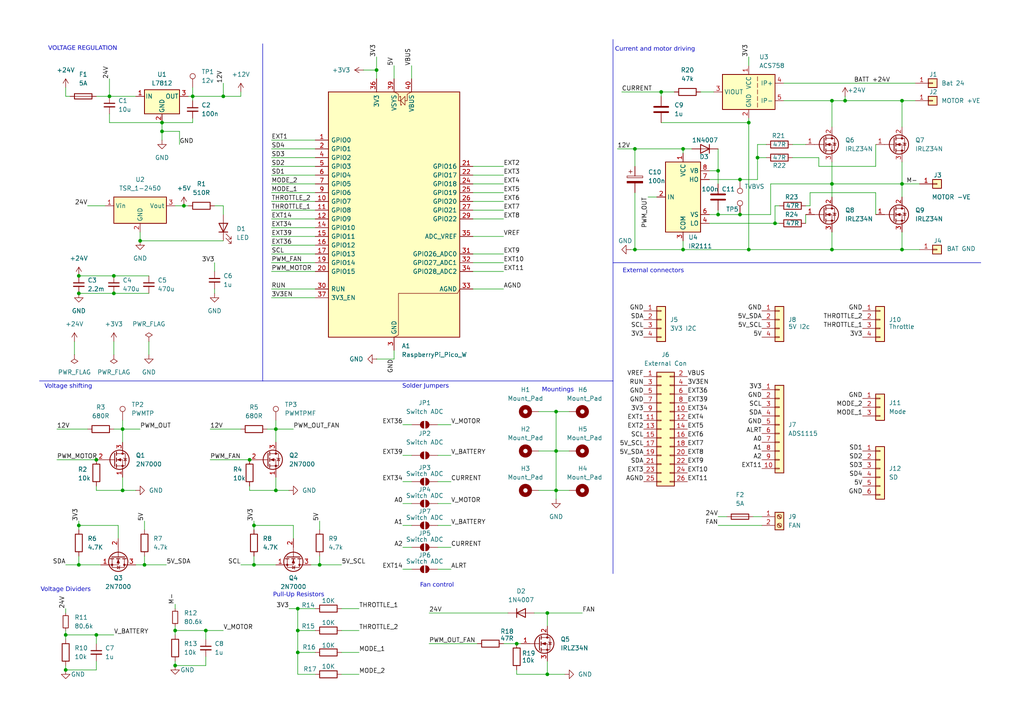
<source format=kicad_sch>
(kicad_sch (version 20231120) (generator "eeschema") (generator_version "8.0")
  (paper "A4")
  (lib_symbols
    (symbol "+24V_1" (power) (pin_numbers hide) (pin_names (offset 0) hide)
      (property "Value" "+24V" (at 0 3.556 0))
      (symbol "+24V_1_1_1"
        (pin power_in line (at 0 0 90) (length 0) (name "~") (number "1"))
      )
    )
    (symbol "+3V3_1" (power) (pin_numbers hide) (pin_names (offset 0) hide)
      (property "Value" "+3V3" (at 0 3.556 0))
      (symbol "+3V3_1_1_1"
        (pin power_in line (at 0 0 90) (length 0) (name "~") (number "1"))
      )
    )
    (symbol "Connector:Screw_Terminal_01x02" (pin_names (offset 1.016) hide)
      (property "Reference" "J" (at 0 2.54 0))
      (property "Value" "Screw_Terminal_01x02" (at 0 -5.08 0))
      (symbol "Screw_Terminal_01x02_1_1"
        (pin passive line (at -5.08 0 0) (length 3.81) (name "Pin_1") (number "1"))
        (pin passive line (at -5.08 -2.54 0) (length 3.81) (name "Pin_2") (number "2"))
      )
    )
    (symbol "Connector:TestPoint" (pin_numbers hide) (pin_names (offset 0.762) hide)
      (property "Reference" "TP" (at 0 6.858 0))
      (property "Value" "TestPoint" (at 0 5.08 0))
      (symbol "TestPoint_1_1"
        (pin passive line (at 0 0 90) (length 2.54) (name "1") (number "1"))
      )
    )
    (symbol "Connector_Generic:Conn_01x01" (pin_names (offset 1.016) hide)
      (property "Reference" "J" (at 0 2.54 0))
      (property "Value" "Conn_01x01" (at 0 -2.54 0))
      (symbol "Conn_01x01_1_1"
        (pin passive line (at -5.08 0 0) (length 3.81) (name "Pin_1") (number "1"))
      )
    )
    (symbol "Connector_Generic:Conn_01x03" (pin_names (offset 1.016) hide)
      (property "Reference" "J" (at 0 5.08 0))
      (property "Value" "Conn_01x03" (at 0 -5.08 0))
      (symbol "Conn_01x03_1_1"
        (pin passive line (at -5.08 2.54 0) (length 3.81) (name "Pin_1") (number "1"))
        (pin passive line (at -5.08 0 0) (length 3.81) (name "Pin_2") (number "2"))
        (pin passive line (at -5.08 -2.54 0) (length 3.81) (name "Pin_3") (number "3"))
      )
    )
    (symbol "Connector_Generic:Conn_01x04" (pin_names (offset 1.016) hide)
      (property "Reference" "J" (at 0 5.08 0))
      (property "Value" "Conn_01x04" (at 0 -7.62 0))
      (symbol "Conn_01x04_1_1"
        (pin passive line (at -5.08 2.54 0) (length 3.81) (name "Pin_1") (number "1"))
        (pin passive line (at -5.08 0 0) (length 3.81) (name "Pin_2") (number "2"))
        (pin passive line (at -5.08 -2.54 0) (length 3.81) (name "Pin_3") (number "3"))
        (pin passive line (at -5.08 -5.08 0) (length 3.81) (name "Pin_4") (number "4"))
      )
    )
    (symbol "Connector_Generic:Conn_01x06" (pin_names (offset 1.016) hide)
      (property "Reference" "J" (at 0 7.62 0))
      (property "Value" "Conn_01x06" (at 0 -10.16 0))
      (symbol "Conn_01x06_1_1"
        (pin passive line (at -5.08 5.08 0) (length 3.81) (name "Pin_1") (number "1"))
        (pin passive line (at -5.08 2.54 0) (length 3.81) (name "Pin_2") (number "2"))
        (pin passive line (at -5.08 0 0) (length 3.81) (name "Pin_3") (number "3"))
        (pin passive line (at -5.08 -2.54 0) (length 3.81) (name "Pin_4") (number "4"))
        (pin passive line (at -5.08 -5.08 0) (length 3.81) (name "Pin_5") (number "5"))
        (pin passive line (at -5.08 -7.62 0) (length 3.81) (name "Pin_6") (number "6"))
      )
    )
    (symbol "Connector_Generic:Conn_01x10" (pin_names (offset 1.016) hide)
      (property "Reference" "J" (at 0 12.7 0))
      (property "Value" "Conn_01x10" (at 0 -15.24 0))
      (symbol "Conn_01x10_1_1"
        (pin passive line (at -5.08 10.16 0) (length 3.81) (name "Pin_1") (number "1"))
        (pin passive line (at -5.08 -12.7 0) (length 3.81) (name "Pin_10") (number "10"))
        (pin passive line (at -5.08 7.62 0) (length 3.81) (name "Pin_2") (number "2"))
        (pin passive line (at -5.08 5.08 0) (length 3.81) (name "Pin_3") (number "3"))
        (pin passive line (at -5.08 2.54 0) (length 3.81) (name "Pin_4") (number "4"))
        (pin passive line (at -5.08 0 0) (length 3.81) (name "Pin_5") (number "5"))
        (pin passive line (at -5.08 -2.54 0) (length 3.81) (name "Pin_6") (number "6"))
        (pin passive line (at -5.08 -5.08 0) (length 3.81) (name "Pin_7") (number "7"))
        (pin passive line (at -5.08 -7.62 0) (length 3.81) (name "Pin_8") (number "8"))
        (pin passive line (at -5.08 -10.16 0) (length 3.81) (name "Pin_9") (number "9"))
      )
    )
    (symbol "Connector_Generic:Conn_02x13_Odd_Even" (pin_names (offset 1.016) hide)
      (property "Reference" "J" (at 1.27 17.78 0))
      (property "Value" "Conn_02x13_Odd_Even" (at 1.27 -17.78 0))
      (symbol "Conn_02x13_Odd_Even_1_1"
        (pin passive line (at -5.08 15.24 0) (length 3.81) (name "Pin_1") (number "1"))
        (pin passive line (at 7.62 5.08 180) (length 3.81) (name "Pin_10") (number "10"))
        (pin passive line (at -5.08 2.54 0) (length 3.81) (name "Pin_11") (number "11"))
        (pin passive line (at 7.62 2.54 180) (length 3.81) (name "Pin_12") (number "12"))
        (pin passive line (at -5.08 0 0) (length 3.81) (name "Pin_13") (number "13"))
        (pin passive line (at 7.62 0 180) (length 3.81) (name "Pin_14") (number "14"))
        (pin passive line (at -5.08 -2.54 0) (length 3.81) (name "Pin_15") (number "15"))
        (pin passive line (at 7.62 -2.54 180) (length 3.81) (name "Pin_16") (number "16"))
        (pin passive line (at -5.08 -5.08 0) (length 3.81) (name "Pin_17") (number "17"))
        (pin passive line (at 7.62 -5.08 180) (length 3.81) (name "Pin_18") (number "18"))
        (pin passive line (at -5.08 -7.62 0) (length 3.81) (name "Pin_19") (number "19"))
        (pin passive line (at 7.62 15.24 180) (length 3.81) (name "Pin_2") (number "2"))
        (pin passive line (at 7.62 -7.62 180) (length 3.81) (name "Pin_20") (number "20"))
        (pin passive line (at -5.08 -10.16 0) (length 3.81) (name "Pin_21") (number "21"))
        (pin passive line (at 7.62 -10.16 180) (length 3.81) (name "Pin_22") (number "22"))
        (pin passive line (at -5.08 -12.7 0) (length 3.81) (name "Pin_23") (number "23"))
        (pin passive line (at 7.62 -12.7 180) (length 3.81) (name "Pin_24") (number "24"))
        (pin passive line (at -5.08 -15.24 0) (length 3.81) (name "Pin_25") (number "25"))
        (pin passive line (at 7.62 -15.24 180) (length 3.81) (name "Pin_26") (number "26"))
        (pin passive line (at -5.08 12.7 0) (length 3.81) (name "Pin_3") (number "3"))
        (pin passive line (at 7.62 12.7 180) (length 3.81) (name "Pin_4") (number "4"))
        (pin passive line (at -5.08 10.16 0) (length 3.81) (name "Pin_5") (number "5"))
        (pin passive line (at 7.62 10.16 180) (length 3.81) (name "Pin_6") (number "6"))
        (pin passive line (at -5.08 7.62 0) (length 3.81) (name "Pin_7") (number "7"))
        (pin passive line (at 7.62 7.62 180) (length 3.81) (name "Pin_8") (number "8"))
        (pin passive line (at -5.08 5.08 0) (length 3.81) (name "Pin_9") (number "9"))
      )
    )
    (symbol "Device:C" (pin_numbers hide) (pin_names (offset 0.254))
      (property "Reference" "C" (at 0.635 2.54 0))
      (property "Value" "C" (at 0.635 -2.54 0))
      (symbol "C_1_1"
        (pin passive line (at 0 3.81 270) (length 2.794) (name "~") (number "1"))
        (pin passive line (at 0 -3.81 90) (length 2.794) (name "~") (number "2"))
      )
    )
    (symbol "Device:C_Polarized" (pin_numbers hide) (pin_names (offset 0.254))
      (property "Reference" "C" (at 0.635 2.54 0))
      (property "Value" "C_Polarized" (at 0.635 -2.54 0))
      (symbol "C_Polarized_1_1"
        (pin passive line (at 0 3.81 270) (length 2.794) (name "~") (number "1"))
        (pin passive line (at 0 -3.81 90) (length 2.794) (name "~") (number "2"))
      )
    )
    (symbol "Device:C_Small" (pin_numbers hide) (pin_names (offset 0.254) hide)
      (property "Reference" "C" (at 0.254 1.778 0))
      (property "Value" "C_Small" (at 0.254 -2.032 0))
      (symbol "C_Small_1_1"
        (pin passive line (at 0 2.54 270) (length 2.032) (name "~") (number "1"))
        (pin passive line (at 0 -2.54 90) (length 2.032) (name "~") (number "2"))
      )
    )
    (symbol "Device:Fuse" (pin_numbers hide) (pin_names (offset 0))
      (property "Reference" "F" (at 2.032 0 90))
      (property "Value" "Fuse" (at -1.905 0 90))
      (symbol "Fuse_1_1"
        (pin passive line (at 0 3.81 270) (length 1.27) (name "~") (number "1"))
        (pin passive line (at 0 -3.81 90) (length 1.27) (name "~") (number "2"))
      )
    )
    (symbol "Device:LED" (pin_numbers hide) (pin_names (offset 1.016) hide)
      (property "Reference" "D" (at 0 2.54 0))
      (property "Value" "LED" (at 0 -2.54 0))
      (symbol "LED_1_1"
        (pin passive line (at -3.81 0 0) (length 2.54) (name "K") (number "1"))
        (pin passive line (at 3.81 0 180) (length 2.54) (name "A") (number "2"))
      )
    )
    (symbol "Device:R" (pin_numbers hide) (pin_names (offset 0))
      (property "Reference" "R" (at 2.032 0 90))
      (property "Value" "R" (at 0 0 90))
      (symbol "R_1_1"
        (pin passive line (at 0 3.81 270) (length 1.27) (name "~") (number "1"))
        (pin passive line (at 0 -3.81 90) (length 1.27) (name "~") (number "2"))
      )
    )
    (symbol "Device:R_Small" (pin_numbers hide) (pin_names (offset 0.254) hide)
      (property "Reference" "R" (at 0.762 0.508 0))
      (property "Value" "R_Small" (at 0.762 -1.016 0))
      (symbol "R_Small_1_1"
        (pin passive line (at 0 2.54 270) (length 0.762) (name "~") (number "1"))
        (pin passive line (at 0 -2.54 90) (length 0.762) (name "~") (number "2"))
      )
    )
    (symbol "Diode:1N4007" (pin_numbers hide) (pin_names hide)
      (property "Reference" "D" (at 0 2.54 0))
      (property "Value" "1N4007" (at 0 -2.54 0))
      (symbol "1N4007_1_1"
        (pin passive line (at -3.81 0 0) (length 2.54) (name "K") (number "1"))
        (pin passive line (at 3.81 0 180) (length 2.54) (name "A") (number "2"))
      )
    )
    (symbol "Driver_FET:IR2111"
      (property "Reference" "U" (at 1.27 13.335 0))
      (property "Value" "IR2111" (at 1.27 11.43 0))
      (symbol "IR2111_1_1"
        (pin power_in line (at 0 12.7 270) (length 2.54) (name "VCC") (number "1"))
        (pin input line (at -7.62 0 0) (length 2.54) (name "IN") (number "2"))
        (pin power_in line (at 0 -12.7 90) (length 2.54) (name "COM") (number "3"))
        (pin output line (at 7.62 -7.62 180) (length 2.54) (name "LO") (number "4"))
        (pin no_connect line (at -5.08 7.62 0) (length 2.54) hide (name "NC") (number "5"))
        (pin passive line (at 7.62 -5.08 180) (length 2.54) (name "VS") (number "6"))
        (pin output line (at 7.62 5.08 180) (length 2.54) (name "HO") (number "7"))
        (pin passive line (at 7.62 7.62 180) (length 2.54) (name "VB") (number "8"))
      )
    )
    (symbol "GND_1" (power) (pin_numbers hide) (pin_names (offset 0) hide)
      (property "Value" "GND" (at 0 -3.81 0))
      (symbol "GND_1_1_1"
        (pin power_in line (at 0 0 270) (length 0) (name "~") (number "1"))
      )
    )
    (symbol "GND_2" (power) (pin_numbers hide) (pin_names (offset 0) hide)
      (property "Value" "GND" (at 0 -3.81 0))
      (symbol "GND_2_1_1"
        (pin power_in line (at 0 0 270) (length 0) (name "~") (number "1"))
      )
    )
    (symbol "GND_3" (power) (pin_numbers hide) (pin_names (offset 0) hide)
      (property "Value" "GND" (at 0 -3.81 0))
      (symbol "GND_3_1_1"
        (pin power_in line (at 0 0 270) (length 0) (name "~") (number "1"))
      )
    )
    (symbol "GND_4" (power) (pin_numbers hide) (pin_names (offset 0) hide)
      (property "Value" "GND" (at 0 -3.81 0))
      (symbol "GND_4_1_1"
        (pin power_in line (at 0 0 270) (length 0) (name "~") (number "1"))
      )
    )
    (symbol "GND_5" (power) (pin_numbers hide) (pin_names (offset 0) hide)
      (property "Value" "GND" (at 0 -3.81 0))
      (symbol "GND_5_1_1"
        (pin power_in line (at 0 0 270) (length 0) (name "~") (number "1"))
      )
    )
    (symbol "GND_6" (power) (pin_numbers hide) (pin_names (offset 0) hide)
      (property "Value" "GND" (at 0 -3.81 0))
      (symbol "GND_6_1_1"
        (pin power_in line (at 0 0 270) (length 0) (name "~") (number "1"))
      )
    )
    (symbol "Jumper:SolderJumper_2_Open" (pin_numbers hide) (pin_names (offset 0) hide) (exclude_from_sim yes) (in_bom no)
      (property "Reference" "JP" (at 0 2.032 0))
      (property "Value" "SolderJumper_2_Open" (at 0 -2.54 0))
      (symbol "SolderJumper_2_Open_1_1"
        (pin passive line (at -3.81 0 0) (length 2.54) (name "A") (number "1"))
        (pin passive line (at 3.81 0 180) (length 2.54) (name "B") (number "2"))
      )
    )
    (symbol "MCU_Module_RaspberryPi_Pico:RaspberryPi_Pico_W" (pin_names (offset 0.762))
      (property "Reference" "A" (at -19.05 38.1 0))
      (property "Value" "RaspberryPi_Pico_W" (at 7.62 38.1 0))
      (symbol "RaspberryPi_Pico_W_1_1"
        (pin bidirectional line (at -22.86 22.86 0) (length 3.81) (name "GPIO0") (number "1"))
        (pin bidirectional line (at -22.86 5.08 0) (length 3.81) (name "GPIO7") (number "10"))
        (pin bidirectional line (at -22.86 2.54 0) (length 3.81) (name "GPIO8") (number "11"))
        (pin bidirectional line (at -22.86 0 0) (length 3.81) (name "GPIO9") (number "12"))
        (pin passive line (at 0 -38.1 90) (length 3.81) hide (name "GND") (number "13"))
        (pin bidirectional line (at -22.86 -2.54 0) (length 3.81) (name "GPIO10") (number "14"))
        (pin bidirectional line (at -22.86 -5.08 0) (length 3.81) (name "GPIO11") (number "15"))
        (pin bidirectional line (at -22.86 -7.62 0) (length 3.81) (name "GPIO12") (number "16"))
        (pin bidirectional line (at -22.86 -10.16 0) (length 3.81) (name "GPIO13") (number "17"))
        (pin passive line (at 0 -38.1 90) (length 3.81) hide (name "GND") (number "18"))
        (pin bidirectional line (at -22.86 -12.7 0) (length 3.81) (name "GPIO14") (number "19"))
        (pin bidirectional line (at -22.86 20.32 0) (length 3.81) (name "GPIO1") (number "2"))
        (pin bidirectional line (at -22.86 -15.24 0) (length 3.81) (name "GPIO15") (number "20"))
        (pin bidirectional line (at 22.86 15.24 180) (length 3.81) (name "GPIO16") (number "21"))
        (pin bidirectional line (at 22.86 12.7 180) (length 3.81) (name "GPIO17") (number "22"))
        (pin passive line (at 0 -38.1 90) (length 3.81) hide (name "GND") (number "23"))
        (pin bidirectional line (at 22.86 10.16 180) (length 3.81) (name "GPIO18") (number "24"))
        (pin bidirectional line (at 22.86 7.62 180) (length 3.81) (name "GPIO19") (number "25"))
        (pin bidirectional line (at 22.86 5.08 180) (length 3.81) (name "GPIO20") (number "26"))
        (pin bidirectional line (at 22.86 2.54 180) (length 3.81) (name "GPIO21") (number "27"))
        (pin passive line (at 0 -38.1 90) (length 3.81) hide (name "GND") (number "28"))
        (pin bidirectional line (at 22.86 0 180) (length 3.81) (name "GPIO22") (number "29"))
        (pin power_out line (at 0 -38.1 90) (length 3.81) (name "GND") (number "3"))
        (pin input line (at -22.86 -20.32 0) (length 3.81) (name "RUN") (number "30"))
        (pin bidirectional line (at 22.86 -10.16 180) (length 3.81) (name "GPIO26_ADC0") (number "31"))
        (pin bidirectional line (at 22.86 -12.7 180) (length 3.81) (name "GPIO27_ADC1") (number "32"))
        (pin power_out line (at 22.86 -20.32 180) (length 3.81) (name "AGND") (number "33"))
        (pin bidirectional line (at 22.86 -15.24 180) (length 3.81) (name "GPIO28_ADC2") (number "34"))
        (pin power_in line (at 22.86 -5.08 180) (length 3.81) (name "ADC_VREF") (number "35"))
        (pin power_out line (at -5.08 40.64 270) (length 3.81) (name "3V3") (number "36"))
        (pin input line (at -22.86 -22.86 0) (length 3.81) (name "3V3_EN") (number "37"))
        (pin passive line (at 0 -38.1 90) (length 3.81) hide (name "GND") (number "38"))
        (pin power_out line (at 0 40.64 270) (length 3.81) (name "VSYS") (number "39"))
        (pin bidirectional line (at -22.86 17.78 0) (length 3.81) (name "GPIO2") (number "4"))
        (pin power_out line (at 5.08 40.64 270) (length 3.81) (name "VBUS") (number "40"))
        (pin bidirectional line (at -22.86 15.24 0) (length 3.81) (name "GPIO3") (number "5"))
        (pin bidirectional line (at -22.86 12.7 0) (length 3.81) (name "GPIO4") (number "6"))
        (pin bidirectional line (at -22.86 10.16 0) (length 3.81) (name "GPIO5") (number "7"))
        (pin passive line (at 0 -38.1 90) (length 3.81) hide (name "GND") (number "8"))
        (pin bidirectional line (at -22.86 7.62 0) (length 3.81) (name "GPIO6") (number "9"))
      )
    )
    (symbol "Mechanical:MountingHole_Pad" (pin_numbers hide) (pin_names (offset 1.016) hide) (exclude_from_sim yes) (in_bom no)
      (property "Reference" "H" (at 0 6.35 0))
      (property "Value" "MountingHole_Pad" (at 0 4.445 0))
      (symbol "MountingHole_Pad_1_1"
        (pin input line (at 0 -2.54 90) (length 2.54) (name "1") (number "1"))
      )
    )
    (symbol "Regulator_Linear:L7812" (pin_names (offset 0.254))
      (property "Reference" "U" (at -3.81 3.175 0))
      (property "Value" "L7812" (at 0 3.175 0))
      (symbol "L7812_1_1"
        (pin power_in line (at -7.62 0 0) (length 2.54) (name "IN") (number "1"))
        (pin power_in line (at 0 -7.62 90) (length 2.54) (name "GND") (number "2"))
        (pin power_out line (at 7.62 0 180) (length 2.54) (name "OUT") (number "3"))
      )
    )
    (symbol "Regulator_Switching:TSR_1-2450"
      (property "Reference" "U" (at -7.62 6.35 0))
      (property "Value" "TSR_1-2450" (at -1.27 6.35 0))
      (symbol "TSR_1-2450_1_1"
        (pin power_in line (at -10.16 2.54 0) (length 2.54) (name "Vin") (number "1"))
        (pin power_in line (at 0 -5.08 90) (length 2.54) (name "GND") (number "2"))
        (pin power_out line (at 10.16 2.54 180) (length 2.54) (name "Vout") (number "3"))
      )
    )
    (symbol "Sensor_Current:ACS758xCB-100U-PFF"
      (property "Reference" "U" (at -7.62 6.35 0))
      (property "Value" "ACS758xCB-100U-PFF" (at 2.54 6.35 0))
      (symbol "ACS758xCB-100U-PFF_1_1"
        (pin power_in line (at 0 7.62 270) (length 2.54) (name "VCC") (number "1"))
        (pin power_in line (at 0 -7.62 90) (length 2.54) (name "GND") (number "2"))
        (pin output line (at 10.16 0 180) (length 2.54) (name "VIOUT") (number "3"))
        (pin passive line (at -10.16 2.54 0) (length 2.54) (name "IP+") (number "4"))
        (pin passive line (at -10.16 -2.54 0) (length 2.54) (name "IP-") (number "5"))
      )
    )
    (symbol "Transistor_FET:2N7000" (pin_names hide)
      (property "Reference" "Q" (at 5.08 1.905 0))
      (property "Value" "2N7000" (at 5.08 0 0))
      (symbol "2N7000_1_1"
        (pin passive line (at 2.54 -5.08 90) (length 2.54) (name "S") (number "1"))
        (pin input line (at -5.08 0 0) (length 2.54) (name "G") (number "2"))
        (pin passive line (at 2.54 5.08 270) (length 2.54) (name "D") (number "3"))
      )
    )
    (symbol "Transistor_FET:IRLZ34N" (pin_names hide)
      (property "Reference" "Q" (at 5.08 1.905 0))
      (property "Value" "IRLZ34N" (at 5.08 0 0))
      (symbol "IRLZ34N_1_1"
        (pin input line (at -5.08 0 0) (length 2.54) (name "G") (number "1"))
        (pin passive line (at 2.54 5.08 270) (length 2.54) (name "D") (number "2"))
        (pin passive line (at 2.54 -5.08 90) (length 2.54) (name "S") (number "3"))
      )
    )
    (symbol "power:+12V" (power) (pin_names (offset 0))
      (property "Value" "+12V" (at 0 3.556 0))
      (symbol "+12V_1_1"
        (pin power_in line (at 0 0 90) (length 0) hide (name "+12V") (number "1"))
      )
    )
    (symbol "power:+24V" (power) (pin_names (offset 0))
      (property "Value" "+24V" (at 0 3.556 0))
      (symbol "+24V_1_1"
        (pin power_in line (at 0 0 90) (length 0) hide (name "+24V") (number "1"))
      )
    )
    (symbol "power:+3V3" (power) (pin_names (offset 0))
      (property "Value" "+3V3" (at 0 3.556 0))
      (symbol "+3V3_1_1"
        (pin power_in line (at 0 0 90) (length 0) hide (name "+3V3") (number "1"))
      )
    )
    (symbol "power:+5V" (power) (pin_names (offset 0))
      (property "Value" "+5V" (at 0 3.556 0))
      (symbol "+5V_1_1"
        (pin power_in line (at 0 0 90) (length 0) hide (name "+5V") (number "1"))
      )
    )
    (symbol "power:GND" (power) (pin_names (offset 0))
      (property "Value" "GND" (at 0 -3.81 0))
      (symbol "GND_1_1"
        (pin power_in line (at 0 0 270) (length 0) hide (name "GND") (number "1"))
      )
    )
    (symbol "power:PWR_FLAG" (power) (pin_numbers hide) (pin_names (offset 0) hide)
      (property "Value" "PWR_FLAG" (at 0 3.81 0))
      (symbol "PWR_FLAG_0_0"
        (pin power_out line (at 0 0 90) (length 0) (name "pwr") (number "1"))
      )
    )
  )
  (junction (at 208.28 49.53))
  (junction (at 161.29 130.81))
  (junction (at 80.01 124.46))
  (junction (at 72.39 133.35))
  (junction (at 50.8 193.04))
  (junction (at 158.75 195.58))
  (junction (at 184.15 72.39))
  (junction (at 219.71 45.72))
  (junction (at 50.8 182.88))
  (junction (at 214.63 52.07))
  (junction (at 27.94 133.35))
  (junction (at 224.79 64.77))
  (junction (at 35.56 142.24))
  (junction (at 241.3 29.21))
  (junction (at 19.05 184.15))
  (junction (at 64.77 27.94))
  (junction (at 86.36 189.23))
  (junction (at 33.02 85.09))
  (junction (at 55.88 27.94))
  (junction (at 86.36 182.88))
  (junction (at 198.12 43.18))
  (junction (at 158.75 177.8))
  (junction (at 191.77 26.67))
  (junction (at 261.62 29.21))
  (junction (at 208.28 62.23))
  (junction (at 22.86 163.83))
  (junction (at 261.62 53.34))
  (junction (at 33.02 80.01))
  (junction (at 73.66 163.83))
  (junction (at 241.3 53.34))
  (junction (at 184.15 43.18))
  (junction (at 198.12 72.39))
  (junction (at 86.36 176.53))
  (junction (at 92.71 163.83))
  (junction (at 40.64 69.85))
  (junction (at 241.3 72.39))
  (junction (at 19.05 194.31))
  (junction (at 73.66 152.4))
  (junction (at 31.75 27.94))
  (junction (at 261.62 72.39))
  (junction (at 161.29 119.38))
  (junction (at 35.56 124.46))
  (junction (at 149.86 186.69))
  (junction (at 41.91 163.83))
  (junction (at 22.86 80.01))
  (junction (at 27.94 184.15))
  (junction (at 59.69 182.88))
  (junction (at 245.11 29.21))
  (junction (at 46.99 38.1))
  (junction (at 217.17 35.56))
  (junction (at 217.17 72.39))
  (junction (at 22.86 85.09))
  (junction (at 22.86 152.4))
  (junction (at 80.01 142.24))
  (junction (at 214.63 62.23))
  (junction (at 161.29 142.24))
  (junction (at 53.34 59.69))
  (junction (at 109.22 20.32))
  (junction (at 46.99 35.56))
  (wire (pts (xy 245.11 27.94) (xy 245.11 29.21)))
  (wire (pts (xy 50.8 182.88) (xy 59.69 182.88)))
  (wire (pts (xy 99.06 195.58) (xy 104.14 195.58)))
  (wire (pts (xy 19.05 25.4) (xy 19.05 27.94)))
  (wire (pts (xy 78.74 60.96) (xy 91.44 60.96)))
  (wire (pts (xy 161.29 142.24) (xy 161.29 144.78)))
  (wire (pts (xy 234.95 59.69) (xy 234.95 55.88)))
  (wire (pts (xy 86.36 182.88) (xy 86.36 189.23)))
  (wire (pts (xy 109.22 16.51) (xy 109.22 20.32)))
  (wire (pts (xy 184.15 55.88) (xy 184.15 72.39)))
  (wire (pts (xy 60.96 124.46) (xy 69.85 124.46)))
  (wire (pts (xy 219.71 41.91) (xy 219.71 45.72)))
  (wire (pts (xy 158.75 177.8) (xy 158.75 181.61)))
  (wire (pts (xy 64.77 27.94) (xy 69.85 27.94)))
  (wire (pts (xy 127 152.4) (xy 130.81 152.4)))
  (wire (pts (xy 182.88 72.39) (xy 184.15 72.39)))
  (wire (pts (xy 27.94 191.77) (xy 27.94 194.31)))
  (wire (pts (xy 226.06 59.69) (xy 224.79 59.69)))
  (wire (pts (xy 124.46 177.8) (xy 147.32 177.8)))
  (wire (pts (xy 127 139.7) (xy 130.81 139.7)))
  (wire (pts (xy 31.75 35.56) (xy 46.99 35.56)))
  (wire (pts (xy 254 55.88) (xy 254 62.23)))
  (wire (pts (xy 39.37 163.83) (xy 41.91 163.83)))
  (wire (pts (xy 137.16 55.88) (xy 146.05 55.88)))
  (wire (pts (xy 217.17 35.56) (xy 217.17 72.39)))
  (wire (pts (xy 184.15 43.18) (xy 184.15 48.26)))
  (wire (pts (xy 227.33 24.13) (xy 265.43 24.13)))
  (wire (pts (xy 116.84 139.7) (xy 119.38 139.7)))
  (wire (pts (xy 33.02 85.09) (xy 43.18 85.09)))
  (wire (pts (xy 22.86 151.13) (xy 22.86 152.4)))
  (wire (pts (xy 149.86 194.31) (xy 149.86 195.58)))
  (wire (pts (xy 92.71 161.29) (xy 92.71 163.83)))
  (wire (pts (xy 16.51 133.35) (xy 27.94 133.35)))
  (wire (pts (xy 127 165.1) (xy 130.81 165.1)))
  (wire (pts (xy 60.96 133.35) (xy 72.39 133.35)))
  (polyline (pts (xy 177.8 110.49) (xy 177.8 166.37)))
  (wire (pts (xy 116.84 123.19) (xy 119.38 123.19)))
  (wire (pts (xy 33.02 124.46) (xy 35.56 124.46)))
  (wire (pts (xy 261.62 29.21) (xy 261.62 36.83)))
  (wire (pts (xy 16.51 124.46) (xy 25.4 124.46)))
  (wire (pts (xy 161.29 130.81) (xy 161.29 142.24)))
  (wire (pts (xy 27.94 184.15) (xy 27.94 186.69)))
  (wire (pts (xy 55.88 25.4) (xy 55.88 27.94)))
  (wire (pts (xy 78.74 53.34) (xy 91.44 53.34)))
  (wire (pts (xy 78.74 68.58) (xy 91.44 68.58)))
  (wire (pts (xy 69.85 26.67) (xy 69.85 27.94)))
  (wire (pts (xy 64.77 59.69) (xy 64.77 62.23)))
  (wire (pts (xy 40.64 69.85) (xy 64.77 69.85)))
  (wire (pts (xy 46.99 35.56) (xy 55.88 35.56)))
  (wire (pts (xy 217.17 35.56) (xy 217.17 34.29)))
  (wire (pts (xy 86.36 195.58) (xy 91.44 195.58)))
  (wire (pts (xy 241.3 72.39) (xy 261.62 72.39)))
  (wire (pts (xy 80.01 142.24) (xy 72.39 142.24)))
  (wire (pts (xy 224.79 59.69) (xy 224.79 64.77)))
  (wire (pts (xy 22.86 152.4) (xy 34.29 152.4)))
  (wire (pts (xy 158.75 177.8) (xy 168.91 177.8)))
  (wire (pts (xy 119.38 19.05) (xy 119.38 22.86)))
  (wire (pts (xy 156.21 130.81) (xy 161.29 130.81)))
  (wire (pts (xy 229.87 45.72) (xy 237.49 45.72)))
  (polyline (pts (xy 76.2 12.7) (xy 76.2 110.49)))
  (wire (pts (xy 208.28 62.23) (xy 208.28 60.96)))
  (wire (pts (xy 35.56 142.24) (xy 39.37 142.24)))
  (wire (pts (xy 198.12 72.39) (xy 198.12 69.85)))
  (wire (pts (xy 25.4 59.69) (xy 30.48 59.69)))
  (wire (pts (xy 261.62 29.21) (xy 265.43 29.21)))
  (wire (pts (xy 69.85 163.83) (xy 73.66 163.83)))
  (wire (pts (xy 78.74 83.82) (xy 91.44 83.82)))
  (wire (pts (xy 46.99 35.56) (xy 46.99 38.1)))
  (polyline (pts (xy 177.8 76.2) (xy 284.48 76.2)))
  (wire (pts (xy 19.05 182.88) (xy 19.05 184.15)))
  (wire (pts (xy 184.15 72.39) (xy 198.12 72.39)))
  (wire (pts (xy 59.69 182.88) (xy 59.69 185.42)))
  (wire (pts (xy 78.74 45.72) (xy 91.44 45.72)))
  (wire (pts (xy 191.77 26.67) (xy 195.58 26.67)))
  (wire (pts (xy 22.86 163.83) (xy 29.21 163.83)))
  (wire (pts (xy 80.01 124.46) (xy 80.01 128.27)))
  (wire (pts (xy 261.62 46.99) (xy 261.62 53.34)))
  (wire (pts (xy 223.52 53.34) (xy 241.3 53.34)))
  (wire (pts (xy 198.12 43.18) (xy 198.12 44.45)))
  (wire (pts (xy 86.36 189.23) (xy 86.36 195.58)))
  (wire (pts (xy 50.8 59.69) (xy 53.34 59.69)))
  (wire (pts (xy 208.28 49.53) (xy 208.28 43.18)))
  (wire (pts (xy 127 158.75) (xy 130.81 158.75)))
  (wire (pts (xy 124.46 186.69) (xy 138.43 186.69)))
  (wire (pts (xy 92.71 151.13) (xy 92.71 153.67)))
  (wire (pts (xy 90.17 163.83) (xy 92.71 163.83)))
  (wire (pts (xy 92.71 163.83) (xy 99.06 163.83)))
  (wire (pts (xy 55.88 27.94) (xy 55.88 29.21)))
  (wire (pts (xy 241.3 46.99) (xy 241.3 53.34)))
  (wire (pts (xy 72.39 142.24) (xy 72.39 140.97)))
  (wire (pts (xy 35.56 142.24) (xy 27.94 142.24)))
  (wire (pts (xy 116.84 165.1) (xy 119.38 165.1)))
  (wire (pts (xy 99.06 176.53) (xy 104.14 176.53)))
  (wire (pts (xy 19.05 184.15) (xy 27.94 184.15)))
  (wire (pts (xy 33.02 80.01) (xy 43.18 80.01)))
  (wire (pts (xy 137.16 48.26) (xy 146.05 48.26)))
  (wire (pts (xy 198.12 43.18) (xy 200.66 43.18)))
  (wire (pts (xy 229.87 41.91) (xy 233.68 41.91)))
  (wire (pts (xy 114.3 104.14) (xy 114.3 101.6)))
  (wire (pts (xy 27.94 142.24) (xy 27.94 140.97)))
  (wire (pts (xy 261.62 72.39) (xy 266.7 72.39)))
  (wire (pts (xy 86.36 189.23) (xy 91.44 189.23)))
  (wire (pts (xy 55.88 27.94) (xy 54.61 27.94)))
  (wire (pts (xy 137.16 60.96) (xy 146.05 60.96)))
  (wire (pts (xy 205.74 49.53) (xy 208.28 49.53)))
  (wire (pts (xy 31.75 33.02) (xy 31.75 35.56)))
  (wire (pts (xy 35.56 124.46) (xy 40.64 124.46)))
  (wire (pts (xy 86.36 182.88) (xy 91.44 182.88)))
  (wire (pts (xy 99.06 189.23) (xy 104.14 189.23)))
  (polyline (pts (xy 76.2 110.49) (xy 177.8 110.49)))
  (wire (pts (xy 109.22 20.32) (xy 109.22 22.86)))
  (wire (pts (xy 161.29 119.38) (xy 161.29 130.81)))
  (wire (pts (xy 217.17 16.51) (xy 217.17 19.05)))
  (wire (pts (xy 78.74 50.8) (xy 91.44 50.8)))
  (wire (pts (xy 205.74 52.07) (xy 214.63 52.07)))
  (wire (pts (xy 50.8 175.26) (xy 50.8 176.53)))
  (wire (pts (xy 41.91 161.29) (xy 41.91 163.83)))
  (wire (pts (xy 146.05 186.69) (xy 149.86 186.69)))
  (wire (pts (xy 83.82 176.53) (xy 86.36 176.53)))
  (wire (pts (xy 214.63 52.07) (xy 219.71 52.07)))
  (wire (pts (xy 59.69 182.88) (xy 64.77 182.88)))
  (wire (pts (xy 80.01 124.46) (xy 85.09 124.46)))
  (wire (pts (xy 237.49 45.72) (xy 237.49 48.26)))
  (wire (pts (xy 43.18 99.06) (xy 43.18 102.87)))
  (wire (pts (xy 161.29 119.38) (xy 165.1 119.38)))
  (wire (pts (xy 127 132.08) (xy 130.81 132.08)))
  (wire (pts (xy 33.02 99.06) (xy 33.02 102.87)))
  (wire (pts (xy 80.01 124.46) (xy 80.01 121.92)))
  (wire (pts (xy 78.74 73.66) (xy 91.44 73.66)))
  (wire (pts (xy 149.86 186.69) (xy 151.13 186.69)))
  (wire (pts (xy 55.88 27.94) (xy 64.77 27.94)))
  (wire (pts (xy 222.25 41.91) (xy 219.71 41.91)))
  (wire (pts (xy 35.56 138.43) (xy 35.56 142.24)))
  (wire (pts (xy 73.66 153.67) (xy 73.66 152.4)))
  (wire (pts (xy 78.74 66.04) (xy 91.44 66.04)))
  (wire (pts (xy 191.77 26.67) (xy 191.77 27.94)))
  (wire (pts (xy 46.99 38.1) (xy 46.99 40.64)))
  (wire (pts (xy 86.36 176.53) (xy 91.44 176.53)))
  (wire (pts (xy 241.3 53.34) (xy 261.62 53.34)))
  (wire (pts (xy 41.91 151.13) (xy 41.91 153.67)))
  (wire (pts (xy 233.68 62.23) (xy 233.68 64.77)))
  (wire (pts (xy 22.86 80.01) (xy 33.02 80.01)))
  (wire (pts (xy 219.71 52.07) (xy 219.71 45.72)))
  (wire (pts (xy 62.23 83.82) (xy 62.23 85.09)))
  (wire (pts (xy 234.95 55.88) (xy 254 55.88)))
  (wire (pts (xy 219.71 45.72) (xy 222.25 45.72)))
  (wire (pts (xy 137.16 83.82) (xy 146.05 83.82)))
  (wire (pts (xy 198.12 72.39) (xy 217.17 72.39)))
  (wire (pts (xy 80.01 138.43) (xy 80.01 142.24)))
  (wire (pts (xy 78.74 55.88) (xy 91.44 55.88)))
  (wire (pts (xy 217.17 72.39) (xy 241.3 72.39)))
  (wire (pts (xy 261.62 53.34) (xy 261.62 57.15)))
  (wire (pts (xy 261.62 53.34) (xy 266.7 53.34)))
  (wire (pts (xy 154.94 177.8) (xy 158.75 177.8)))
  (wire (pts (xy 50.8 191.77) (xy 50.8 193.04)))
  (wire (pts (xy 261.62 67.31) (xy 261.62 72.39)))
  (wire (pts (xy 137.16 73.66) (xy 146.05 73.66)))
  (wire (pts (xy 205.74 64.77) (xy 224.79 64.77)))
  (wire (pts (xy 22.86 161.29) (xy 22.86 163.83)))
  (wire (pts (xy 19.05 194.31) (xy 27.94 194.31)))
  (wire (pts (xy 137.16 63.5) (xy 146.05 63.5)))
  (wire (pts (xy 161.29 142.24) (xy 165.1 142.24)))
  (wire (pts (xy 78.74 78.74) (xy 91.44 78.74)))
  (polyline (pts (xy 11.43 110.49) (xy 76.2 110.49)))
  (wire (pts (xy 21.59 99.06) (xy 21.59 102.87)))
  (wire (pts (xy 19.05 184.15) (xy 19.05 185.42)))
  (wire (pts (xy 214.63 62.23) (xy 223.52 62.23)))
  (wire (pts (xy 52.07 38.1) (xy 52.07 41.91)))
  (wire (pts (xy 224.79 64.77) (xy 226.06 64.77)))
  (wire (pts (xy 78.74 86.36) (xy 91.44 86.36)))
  (wire (pts (xy 158.75 191.77) (xy 158.75 195.58)))
  (wire (pts (xy 62.23 59.69) (xy 64.77 59.69)))
  (wire (pts (xy 27.94 27.94) (xy 31.75 27.94)))
  (wire (pts (xy 137.16 58.42) (xy 146.05 58.42)))
  (wire (pts (xy 241.3 53.34) (xy 241.3 57.15)))
  (wire (pts (xy 31.75 27.94) (xy 31.75 22.86)))
  (wire (pts (xy 27.94 184.15) (xy 33.02 184.15)))
  (wire (pts (xy 114.3 19.05) (xy 114.3 22.86)))
  (wire (pts (xy 179.07 43.18) (xy 184.15 43.18)))
  (wire (pts (xy 241.3 29.21) (xy 245.11 29.21)))
  (wire (pts (xy 137.16 53.34) (xy 146.05 53.34)))
  (wire (pts (xy 46.99 38.1) (xy 52.07 38.1)))
  (wire (pts (xy 50.8 181.61) (xy 50.8 182.88)))
  (wire (pts (xy 41.91 163.83) (xy 48.26 163.83)))
  (wire (pts (xy 223.52 62.23) (xy 223.52 53.34)))
  (wire (pts (xy 180.34 26.67) (xy 191.77 26.67)))
  (wire (pts (xy 19.05 163.83) (xy 22.86 163.83)))
  (wire (pts (xy 227.33 29.21) (xy 241.3 29.21)))
  (wire (pts (xy 22.86 85.09) (xy 33.02 85.09)))
  (wire (pts (xy 77.47 124.46) (xy 80.01 124.46)))
  (wire (pts (xy 208.28 49.53) (xy 208.28 53.34)))
  (wire (pts (xy 78.74 40.64) (xy 91.44 40.64)))
  (wire (pts (xy 116.84 158.75) (xy 119.38 158.75)))
  (wire (pts (xy 19.05 27.94) (xy 20.32 27.94)))
  (wire (pts (xy 208.28 149.86) (xy 210.82 149.86)))
  (wire (pts (xy 208.28 62.23) (xy 214.63 62.23)))
  (wire (pts (xy 137.16 68.58) (xy 146.05 68.58)))
  (wire (pts (xy 31.75 27.94) (xy 39.37 27.94)))
  (wire (pts (xy 205.74 62.23) (xy 208.28 62.23)))
  (wire (pts (xy 156.21 142.24) (xy 161.29 142.24)))
  (wire (pts (xy 137.16 78.74) (xy 146.05 78.74)))
  (wire (pts (xy 105.41 20.32) (xy 109.22 20.32)))
  (wire (pts (xy 50.8 193.04) (xy 59.69 193.04)))
  (wire (pts (xy 254 48.26) (xy 254 41.91)))
  (wire (pts (xy 208.28 152.4) (xy 220.98 152.4)))
  (wire (pts (xy 99.06 182.88) (xy 104.14 182.88)))
  (wire (pts (xy 78.74 48.26) (xy 91.44 48.26)))
  (wire (pts (xy 137.16 50.8) (xy 146.05 50.8)))
  (wire (pts (xy 233.68 59.69) (xy 234.95 59.69)))
  (wire (pts (xy 161.29 130.81) (xy 165.1 130.81)))
  (wire (pts (xy 62.23 76.2) (xy 62.23 78.74)))
  (wire (pts (xy 73.66 161.29) (xy 73.66 163.83)))
  (wire (pts (xy 35.56 124.46) (xy 35.56 121.92)))
  (wire (pts (xy 40.64 67.31) (xy 40.64 69.85)))
  (wire (pts (xy 156.21 119.38) (xy 161.29 119.38)))
  (wire (pts (xy 64.77 24.13) (xy 64.77 27.94)))
  (wire (pts (xy 127 146.05) (xy 130.81 146.05)))
  (wire (pts (xy 55.88 35.56) (xy 55.88 34.29)))
  (wire (pts (xy 73.66 151.13) (xy 73.66 152.4)))
  (wire (pts (xy 35.56 124.46) (xy 35.56 128.27)))
  (wire (pts (xy 78.74 71.12) (xy 91.44 71.12)))
  (wire (pts (xy 109.22 104.14) (xy 114.3 104.14)))
  (wire (pts (xy 59.69 190.5) (xy 59.69 193.04)))
  (wire (pts (xy 34.29 152.4) (xy 34.29 156.21)))
  (wire (pts (xy 78.74 63.5) (xy 91.44 63.5)))
  (wire (pts (xy 80.01 142.24) (xy 83.82 142.24)))
  (wire (pts (xy 19.05 176.53) (xy 19.05 177.8)))
  (wire (pts (xy 19.05 193.04) (xy 19.05 194.31)))
  (wire (pts (xy 245.11 29.21) (xy 261.62 29.21)))
  (wire (pts (xy 158.75 195.58) (xy 163.83 195.58)))
  (wire (pts (xy 241.3 67.31) (xy 241.3 72.39)))
  (wire (pts (xy 116.84 152.4) (xy 119.38 152.4)))
  (wire (pts (xy 187.96 57.15) (xy 190.5 57.15)))
  (polyline (pts (xy 177.8 11.43) (xy 177.8 110.49)))
  (wire (pts (xy 116.84 146.05) (xy 119.38 146.05)))
  (wire (pts (xy 158.75 195.58) (xy 149.86 195.58)))
  (wire (pts (xy 127 123.19) (xy 130.81 123.19)))
  (wire (pts (xy 85.09 152.4) (xy 85.09 156.21)))
  (wire (pts (xy 218.44 149.86) (xy 220.98 149.86)))
  (wire (pts (xy 137.16 76.2) (xy 146.05 76.2)))
  (wire (pts (xy 78.74 58.42) (xy 91.44 58.42)))
  (wire (pts (xy 116.84 132.08) (xy 119.38 132.08)))
  (wire (pts (xy 50.8 182.88) (xy 50.8 184.15)))
  (wire (pts (xy 53.34 59.69) (xy 54.61 59.69)))
  (wire (pts (xy 241.3 29.21) (xy 241.3 36.83)))
  (wire (pts (xy 191.77 35.56) (xy 217.17 35.56)))
  (wire (pts (xy 184.15 43.18) (xy 198.12 43.18)))
  (wire (pts (xy 73.66 152.4) (xy 85.09 152.4)))
  (wire (pts (xy 73.66 163.83) (xy 80.01 163.83)))
  (wire (pts (xy 78.74 76.2) (xy 91.44 76.2)))
  (wire (pts (xy 78.74 43.18) (xy 91.44 43.18)))
  (wire (pts (xy 22.86 153.67) (xy 22.86 152.4)))
  (wire (pts (xy 237.49 48.26) (xy 254 48.26)))
  (wire (pts (xy 86.36 176.53) (xy 86.36 182.88)))
  (wire (pts (xy 203.2 26.67) (xy 207.01 26.67)))
  (text "Pull-Up Resistors\n" (at 86.614 172.974 0) (effects (font (size 1.27 1.27))))
  (text "Voltage Dividers\n" (at 19.05 171.45 0) (effects (font (size 1.27 1.27))))
  (text "Fan control\n" (at 126.746 170.18 0) (effects (font (size 1.27 1.27))))
  (text "Solder Jumpers\n\n" (at 123.444 113.538 0) (effects (font (size 1.27 1.27))))
  (text "Voltage shifting\n" (at 19.812 112.522 0) (effects (font (size 1.27 1.27))))
  (text "Current and motor driving\n" (at 189.992 14.732 0) (effects (font (size 1.27 1.27))))
  (text "VOLTAGE REGULATION" (at 13.97 15.24 0) (effects (font (size 1.27 1.27)) (justify left bottom)))
  (text "Mountings\n" (at 161.798 113.538 0) (effects (font (size 1.27 1.27))))
  (text "External connectors\n" (at 189.484 78.994 0) (effects (font (size 1.27 1.27))))
  (label "FAN" (at 168.91 177.8 0))
  (label "SCL" (at 186.69 95.25 180))
  (label "FAN" (at 208.28 152.4 180))
  (label "M-" (at 262.89 53.34 0))
  (label "5V_SCL" (at 220.98 95.25 180))
  (label "RUN" (at 78.74 83.82 0))
  (label "EXT36" (at 116.84 123.19 180))
  (label "GND" (at 250.19 90.17 180))
  (label "EXT11" (at 146.05 78.74 0))
  (label "EXT5" (at 146.05 55.88 0))
  (label "ALRT" (at 130.81 165.1 0))
  (label "SCL" (at 186.69 127 180))
  (label "SD1" (at 250.19 130.81 180))
  (label "SCL" (at 69.85 163.83 180))
  (label "5V" (at 92.71 151.13 90))
  (label "3V3" (at 109.22 16.51 90))
  (label "V_BATTERY" (at 130.81 132.08 0))
  (label "EXT34" (at 78.74 66.04 0))
  (label "SD3" (at 250.19 135.89 180))
  (label "V_BATTERY" (at 130.81 152.4 0))
  (label "SDA" (at 220.98 120.65 180))
  (label "EXT6" (at 199.39 127 0))
  (label "EXT7" (at 199.39 129.54 0))
  (label "EXT2" (at 146.05 48.26 0))
  (label "MODE_2" (at 104.14 195.58 0))
  (label "GND" (at 250.19 143.51 180))
  (label "VREF" (at 146.05 68.58 0))
  (label "SD2" (at 78.74 48.26 0))
  (label "EXT11" (at 199.39 139.7 0))
  (label "THROTTLE_2" (at 78.74 58.42 0))
  (label "GND" (at 52.07 41.91 0))
  (label "GND" (at 220.98 123.19 180))
  (label "5V_SCL" (at 99.06 163.83 0))
  (label "EXT14" (at 78.74 63.5 0))
  (label "EXT9" (at 199.39 134.62 0))
  (label "12V" (at 16.51 124.46 0))
  (label "3V3" (at 217.17 16.51 90))
  (label "GND" (at 186.69 90.17 180))
  (label "12V" (at 179.07 43.18 0))
  (label "EXT9" (at 146.05 73.66 0))
  (label "V_MOTOR" (at 64.77 182.88 0))
  (label "V_MOTOR" (at 130.81 146.05 0))
  (label "SD4" (at 250.19 138.43 180))
  (label "SDA" (at 19.05 163.83 180))
  (label "EXT1" (at 186.69 121.92 180))
  (label "THROTTLE_2" (at 250.19 92.71 180))
  (label "VBUS" (at 119.38 19.05 90))
  (label "PWM_MOTOR" (at 16.51 133.35 0))
  (label "5V_SDA" (at 186.69 132.08 180))
  (label "EXT1" (at 78.74 40.64 0))
  (label "GND" (at 220.98 115.57 180))
  (label "12V" (at 64.77 24.13 90))
  (label "EXT3" (at 146.05 50.8 0))
  (label "PWM_FAN" (at 60.96 133.35 0))
  (label "5V_SDA" (at 220.98 92.71 180))
  (label "EXT5" (at 199.39 124.46 0))
  (label "MODE_1" (at 104.14 189.23 0))
  (label "3V3" (at 83.82 176.53 180))
  (label "EXT34" (at 116.84 139.7 180))
  (label "RUN" (at 186.69 111.76 180))
  (label "M-" (at 50.8 175.26 90))
  (label "5V" (at 114.3 19.05 90))
  (label "MODE_1" (at 78.74 55.88 0))
  (label "3V3" (at 73.66 151.13 90))
  (label "GND" (at 250.19 115.57 180))
  (label "CURRENT" (at 180.34 26.67 0))
  (label "THROTTLE_1" (at 104.14 176.53 0))
  (label "MODE_2" (at 78.74 53.34 0))
  (label "5V" (at 220.98 97.79 180))
  (label "EXT39" (at 78.74 68.58 0))
  (label "EXT8" (at 199.39 132.08 0))
  (label "GND" (at 186.69 114.3 180))
  (label "V_BATTERY" (at 33.02 184.15 0))
  (label "SD1" (at 78.74 50.8 0))
  (label "EXT39" (at 199.39 116.84 0))
  (label "GND" (at 220.98 90.17 180))
  (label "EXT8" (at 146.05 63.5 0))
  (label "3V3" (at 186.69 97.79 180))
  (label "GND" (at 114.3 104.14 270))
  (label "EXT2" (at 186.69 124.46 180))
  (label "24V" (at 124.46 177.8 0))
  (label "PWM_OUT" (at 40.64 124.46 0))
  (label "EXT36" (at 78.74 71.12 0))
  (label "PWM_OUT_FAN" (at 124.46 186.69 0))
  (label "3V3" (at 220.98 113.03 180))
  (label "5V" (at 41.91 151.13 90))
  (label "SD4" (at 78.74 43.18 0))
  (label "EXT36" (at 199.39 114.3 0))
  (label "EXT34" (at 199.39 119.38 0))
  (label "A2" (at 220.98 133.35 180))
  (label "EXT7" (at 146.05 60.96 0))
  (label "EXT10" (at 146.05 76.2 0))
  (label "VBUS" (at 199.39 109.22 0))
  (label "A0" (at 116.84 146.05 180))
  (label "5V_SCL" (at 186.69 129.54 180))
  (label "THROTTLE_1" (at 250.19 95.25 180))
  (label "EXT6" (at 146.05 58.42 0))
  (label "MODE_2" (at 250.19 118.11 180))
  (label "EXT10" (at 199.39 137.16 0))
  (label "EXT4" (at 199.39 121.92 0))
  (label "BATT +24V" (at 247.65 24.13 0))
  (label "12V" (at 60.96 124.46 0))
  (label "5V_SDA" (at 48.26 163.83 0))
  (label "PWM_MOTOR" (at 78.74 78.74 0))
  (label "THROTTLE_2" (at 104.14 182.88 0))
  (label "PWM_OUT" (at 187.96 57.15 270))
  (label "PWM_OUT_FAN" (at 85.09 124.46 0))
  (label "A1" (at 116.84 152.4 180))
  (label "24V" (at 31.75 22.86 90))
  (label "CURRENT" (at 130.81 158.75 0))
  (label "GND" (at 186.69 116.84 180))
  (label "3V3EN" (at 78.74 86.36 0))
  (label "A1" (at 220.98 130.81 180))
  (label "CURRENT" (at 130.81 139.7 0))
  (label "SDA" (at 186.69 134.62 180))
  (label "3V3" (at 186.69 119.38 180))
  (label "THROTTLE_1" (at 78.74 60.96 0))
  (label "AGND" (at 146.05 83.82 0))
  (label "SD2" (at 250.19 133.35 180))
  (label "24V" (at 25.4 59.69 180))
  (label "SCL" (at 78.74 73.66 0))
  (label "3V3EN" (at 199.39 111.76 0))
  (label "MODE_1" (at 250.19 120.65 180))
  (label "EXT11" (at 220.98 135.89 180))
  (label "AGND" (at 186.69 139.7 180))
  (label "3V3" (at 250.19 97.79 180))
  (label "5V" (at 250.19 140.97 180))
  (label "EXT3" (at 186.69 137.16 180))
  (label "VREF" (at 186.69 109.22 180))
  (label "SDA" (at 186.69 92.71 180))
  (label "ALRT" (at 220.98 125.73 180))
  (label "EXT39" (at 116.84 132.08 180))
  (label "SD3" (at 78.74 45.72 0))
  (label "EXT4" (at 146.05 53.34 0))
  (label "A2" (at 116.84 158.75 180))
  (label "EXT14" (at 116.84 165.1 180))
  (label "3V3" (at 62.23 76.2 180))
  (label "SCL" (at 220.98 118.11 180))
  (label "3V3" (at 22.86 151.13 90))
  (label "V_MOTOR" (at 130.81 123.19 0))
  (label "24V" (at 19.05 176.53 90))
  (label "PWM_FAN" (at 78.74 76.2 0))
  (label "24V" (at 208.28 149.86 180))
  (label "A0" (at 220.98 128.27 180))
  (symbol (lib_id "power:+24V") (at 22.86 80.01 0) (unit 1)
    (property "Reference" "#PWR06" (effects (hide yes)))
    (property "Value" "+24V" (at 22.86 74.93 0))
  )
  (symbol (lib_id "Device:C_Polarized") (at 184.15 52.07 0) (unit 1)
    (property "Reference" "C10" (at 187.96 49.9109 0) (effects (justify left)))
    (property "Value" "100n" (at 187.96 52.4509 0) (effects (justify left)))
    (property "Footprint" "Capacitor_THT:CP_Radial_D5.0mm_P2.00mm" (effects (hide yes)))
    (property "Description" "Polarized capacitor" (effects (hide yes)))
  )
  (symbol (lib_id "Device:C_Small") (at 62.23 81.28 0) (unit 1)
    (property "Reference" "C6" (at 64.77 80.0163 0) (effects (justify left)))
    (property "Value" "1u" (at 64.77 82.5563 0) (effects (justify left)))
    (property "Footprint" "Capacitor_THT:CP_Radial_D10.0mm_P2.50mm" (effects (hide yes)))
  )
  (symbol (lib_id "Connector:TestPoint") (at 214.63 52.07 180) (unit 1)
    (property "Reference" "TP4" (effects (hide yes)))
    (property "Value" "TVBVS" (at 215.9 54.102 0) (effects (justify right)))
    (property "Footprint" "TestPoint:TestPoint_Pad_1.0x1.0mm" (effects (hide yes)))
    (property "Description" "test point" (effects (hide yes)))
  )
  (symbol (lib_id "Transistor_FET:IRLZ34N") (at 156.21 186.69 0) (unit 1)
    (property "Reference" "Q5" (at 162.56 185.4199 0) (effects (justify left)))
    (property "Value" "IRLZ34N" (at 162.56 187.9599 0) (effects (justify left)))
    (property "Footprint" "Package_TO_SOT_THT:TO-220-3_Vertical" (effects (hide yes)))
    (property "Datasheet" "http://www.infineon.com/dgdl/irlz34npbf.pdf?fileId=5546d462533600a40153567206892720" (effects (hide yes)))
    (property "Description" "30A Id, 55V Vds, 35mOhm Rds, N-Channel HEXFET Power MOSFET, TO-220AB" (effects (hide yes)))
  )
  (symbol (lib_id "Connector:Screw_Terminal_01x02") (at 226.06 149.86 0) (unit 1)
    (property "Reference" "J9" (at 228.6 149.8599 0) (effects (justify left)))
    (property "Value" "FAN" (at 228.6 152.3999 0) (effects (justify left)))
    (property "Footprint" "TerminalBlock_4Ucon:TerminalBlock_4Ucon_1x02_P3.50mm_Vertical" (effects (hide yes)))
    (property "Description" "Generic screw terminal, single row, 01x02, script generated (kicad-library-utils/schlib/autogen/connector/)" (effects (hide yes)))
  )
  (symbol (lib_id "Transistor_FET:IRLZ34N") (at 238.76 62.23 0) (unit 1)
    (property "Reference" "Q8" (at 245.11 60.9599 0) (effects (justify left)))
    (property "Value" "IRLZ34N" (at 245.11 63.4999 0) (effects (justify left)))
    (property "Footprint" "Package_TO_SOT_THT:TO-220-3_Vertical" (effects (hide yes)))
    (property "Datasheet" "http://www.infineon.com/dgdl/irlz34npbf.pdf?fileId=5546d462533600a40153567206892720" (effects (hide yes)))
    (property "Description" "30A Id, 55V Vds, 35mOhm Rds, N-Channel HEXFET Power MOSFET, TO-220AB" (effects (hide yes)))
  )
  (symbol (lib_id "power:GND") (at 46.99 40.64 0) (unit 1)
    (property "Reference" "#PWR02" (effects (hide yes)))
    (property "Value" "GND" (at 46.99 45.72 0))
  )
  (symbol (lib_id "power:GND") (at 40.64 69.85 0) (unit 1)
    (property "Reference" "#PWR04" (effects (hide yes)))
    (property "Value" "GND" (at 40.64 74.93 0))
  )
  (symbol (lib_id "Device:R") (at 92.71 157.48 0) (unit 1)
    (property "Reference" "R9" (at 95.25 156.2099 0) (effects (justify left)))
    (property "Value" "4.7k" (at 95.25 158.7499 0) (effects (justify left)))
    (property "Footprint" "Resistor_THT:R_Axial_DIN0207_L6.3mm_D2.5mm_P10.16mm_Horizontal" (effects (hide yes)))
    (property "Description" "Resistor" (effects (hide yes)))
  )
  (symbol (lib_id "Connector_Generic:Conn_01x01") (at 271.78 72.39 0) (unit 1)
    (property "Reference" "J4" (at 270.764 69.85 0) (effects (justify left)))
    (property "Value" "BAT GND" (at 274.574 72.136 0) (effects (justify left)))
    (property "Footprint" "TerminalBlock_Wuerth:7461001_REDCUBE" (effects (hide yes)))
    (property "Description" "Generic connector, single row, 01x01, script generated (kicad-library-utils/schlib/autogen/connector/)" (effects (hide yes)))
  )
  (symbol (lib_id "power:GND") (at 43.18 102.87 0) (unit 1)
    (property "Reference" "#PWR011" (effects (hide yes)))
    (property "Value" "GND" (at 43.18 107.95 0))
  )
  (symbol (lib_id "Device:C") (at 191.77 31.75 0) (unit 1)
    (property "Reference" "C9" (at 195.58 30.4799 0) (effects (justify left)))
    (property "Value" "1u" (at 195.58 33.0199 0) (effects (justify left)))
    (property "Footprint" "Capacitor_THT:CP_Radial_D10.0mm_P2.50mm" (effects (hide yes)))
    (property "Description" "Unpolarized capacitor" (effects (hide yes)))
  )
  (symbol (lib_id "Device:C_Small") (at 33.02 82.55 0) (unit 1)
    (property "Reference" "C4" (at 35.56 81.2863 0) (effects (justify left)))
    (property "Value" "470u" (at 35.56 83.8263 0) (effects (justify left)))
    (property "Footprint" "Capacitor_THT:CP_Radial_D13.0mm_P2.50mm" (effects (hide yes)))
  )
  (symbol (lib_id "Device:R") (at 226.06 45.72 90) (unit 1)
    (property "Reference" "R22" (at 226.06 48.006 90))
    (property "Value" "47R" (at 226.06 45.72 90))
    (property "Footprint" "Resistor_THT:R_Axial_DIN0207_L6.3mm_D2.5mm_P10.16mm_Horizontal" (effects (hide yes)))
    (property "Description" "Resistor" (effects (hide yes)))
  )
  (symbol (lib_name "GND_5") (lib_id "power:GND") (at 161.29 144.78 0) (unit 1)
    (property "Reference" "#PWR019" (effects (hide yes)))
    (property "Value" "GND" (at 161.29 149.86 0))
    (property "Description" "Power symbol creates a global label with name \"GND\" , ground" (effects (hide yes)))
  )
  (symbol (lib_id "Connector_Generic:Conn_01x03") (at 255.27 118.11 0) (unit 1)
    (property "Reference" "J11" (at 257.81 116.8399 0) (effects (justify left)))
    (property "Value" "Mode" (at 257.81 119.3799 0) (effects (justify left)))
    (property "Footprint" "Connector_JST:JST_XH_B3B-XH-A_1x03_P2.50mm_Vertical" (effects (hide yes)))
    (property "Description" "Generic connector, single row, 01x03, script generated (kicad-library-utils/schlib/autogen/connector/)" (effects (hide yes)))
  )
  (symbol (lib_id "power:GND") (at 22.86 85.09 0) (unit 1)
    (property "Reference" "#PWR07" (effects (hide yes)))
    (property "Value" "GND" (at 22.86 90.17 0))
  )
  (symbol (lib_id "Connector_Generic:Conn_02x13_Odd_Even") (at 191.77 124.46 0) (unit 1)
    (property "Reference" "J6" (at 193.04 102.87 0))
    (property "Value" "External Con" (at 193.04 105.41 0))
    (property "Footprint" "Connector_PinHeader_2.54mm:PinHeader_2x13_P2.54mm_Vertical" (effects (hide yes)))
    (property "Description" "Generic connector, double row, 02x13, odd/even pin numbering scheme (row 1 odd numbers, row 2 even numbers), script generated (kicad-library-utils/schlib/autogen/connector/)" (effects (hide yes)))
  )
  (symbol (lib_id "Device:Fuse") (at 24.13 27.94 90) (unit 1)
    (property "Reference" "F1" (at 24.13 21.59 90))
    (property "Value" "5A" (at 24.13 24.13 90))
    (property "Footprint" "Symbol:XF-506P" (effects (hide yes)))
  )
  (symbol (lib_id "Diode:1N4007") (at 151.13 177.8 0) (unit 1)
    (property "Reference" "D2" (at 151.13 171.45 0))
    (property "Value" "1N4007" (at 151.13 173.99 0))
    (property "Footprint" "Diode_THT:D_DO-41_SOD81_P10.16mm_Horizontal" (effects (hide yes)))
    (property "Datasheet" "http://www.vishay.com/docs/88503/1n4001.pdf" (effects (hide yes)))
    (property "Description" "1000V 1A General Purpose Rectifier Diode, DO-41" (effects (hide yes)))
    (property "Sim.Device" "D" (effects (hide yes)))
    (property "Sim.Pins" "1=K 2=A" (effects (hide yes)))
  )
  (symbol (lib_id "Transistor_FET:2N7000") (at 85.09 161.29 270) (unit 1)
    (property "Reference" "Q4" (at 85.09 167.64 90))
    (property "Value" "2N7000" (at 85.09 170.18 90))
    (property "Footprint" "Package_TO_SOT_THT:TO-92_Inline" (effects (hide yes)))
    (property "Datasheet" "https://www.vishay.com/docs/70226/70226.pdf" (effects (hide yes)))
    (property "Description" "0.2A Id, 200V Vds, N-Channel MOSFET, 2.6V Logic Level, TO-92" (effects (hide yes)))
  )
  (symbol (lib_id "Connector:TestPoint") (at 55.88 25.4 0) (unit 1)
    (property "Reference" "TP1" (at 58.42 20.828 0) (effects (justify left)))
    (property "Value" "12v" (at 58.42 23.368 0) (effects (justify left)))
    (property "Footprint" "TestPoint:TestPoint_Pad_1.0x1.0mm" (effects (hide yes)))
  )
  (symbol (lib_id "power:+12V") (at 69.85 26.67 0) (unit 1)
    (property "Reference" "#PWR03" (effects (hide yes)))
    (property "Value" "+12V" (at 69.85 21.59 0))
  )
  (symbol (lib_id "Mechanical:MountingHole_Pad") (at 167.64 130.81 270) (unit 1) (exclude_from_sim yes) (in_bom no)
    (property "Reference" "H5" (at 167.64 124.46 90) (effects (justify left)))
    (property "Value" "Mount_Pad" (at 164.338 127 90) (effects (justify left)))
    (property "Footprint" "MountingHole:MountingHole_4.3mm_M4_Pad_Via" (effects (hide yes)))
    (property "Description" "Mounting Hole with connection" (effects (hide yes)))
  )
  (symbol (lib_id "Device:R") (at 149.86 190.5 0) (unit 1)
    (property "Reference" "R19" (at 151.384 189.484 0) (effects (justify left)))
    (property "Value" "10k" (at 151.384 191.516 0) (effects (justify left)))
    (property "Footprint" "Resistor_THT:R_Axial_DIN0207_L6.3mm_D2.5mm_P10.16mm_Horizontal" (effects (hide yes)))
    (property "Description" "Resistor" (effects (hide yes)))
  )
  (symbol (lib_name "GND_2") (lib_id "power:GND") (at 39.37 142.24 90) (unit 1)
    (property "Reference" "#PWR014" (effects (hide yes)))
    (property "Value" "GND" (at 43.18 142.2399 90) (effects (justify right)))
    (property "Description" "Power symbol creates a global label with name \"GND\" , ground" (effects (hide yes)))
  )
  (symbol (lib_id "Connector_Generic:Conn_01x04") (at 226.06 92.71 0) (unit 1)
    (property "Reference" "J8" (at 228.6 92.7099 0) (effects (justify left)))
    (property "Value" "5V I2c" (at 228.6 94.742 0) (effects (justify left)))
    (property "Footprint" "Connector_JST:JST_XH_B4B-XH-A_1x04_P2.50mm_Vertical" (effects (hide yes)))
    (property "Description" "Generic connector, single row, 01x04, script generated (kicad-library-utils/schlib/autogen/connector/)" (effects (hide yes)))
  )
  (symbol (lib_id "Transistor_FET:2N7000") (at 34.29 161.29 270) (unit 1)
    (property "Reference" "Q3" (at 34.29 167.64 90))
    (property "Value" "2N7000" (at 34.29 170.18 90))
    (property "Footprint" "Package_TO_SOT_THT:TO-92_Inline" (effects (hide yes)))
    (property "Datasheet" "https://www.vishay.com/docs/70226/70226.pdf" (effects (hide yes)))
    (property "Description" "0.2A Id, 200V Vds, N-Channel MOSFET, 2.6V Logic Level, TO-92" (effects (hide yes)))
  )
  (symbol (lib_id "power:PWR_FLAG") (at 43.18 99.06 0) (unit 1)
    (property "Reference" "#FLG03" (effects (hide yes)))
    (property "Value" "PWR_FLAG" (at 43.18 93.98 0))
  )
  (symbol (lib_id "Diode:1N4007") (at 204.47 43.18 180) (unit 1)
    (property "Reference" "D3" (at 204.216 45.466 0))
    (property "Value" "1N4007" (at 204.47 40.64 0))
    (property "Footprint" "Diode_THT:D_DO-41_SOD81_P10.16mm_Horizontal" (effects (hide yes)))
    (property "Datasheet" "http://www.vishay.com/docs/88503/1n4001.pdf" (effects (hide yes)))
    (property "Description" "1000V 1A General Purpose Rectifier Diode, DO-41" (effects (hide yes)))
    (property "Sim.Device" "D" (effects (hide yes)))
    (property "Sim.Pins" "1=K 2=A" (effects (hide yes)))
  )
  (symbol (lib_id "Device:R") (at 229.87 59.69 90) (unit 1)
    (property "Reference" "R23" (at 229.616 57.15 90))
    (property "Value" "47R" (at 229.87 59.69 90))
    (property "Footprint" "Resistor_THT:R_Axial_DIN0207_L6.3mm_D2.5mm_P10.16mm_Horizontal" (effects (hide yes)))
    (property "Description" "Resistor" (effects (hide yes)))
  )
  (symbol (lib_id "Jumper:SolderJumper_2_Open") (at 123.19 123.19 0) (unit 1) (exclude_from_sim yes) (in_bom no)
    (property "Reference" "JP1" (at 123.19 116.84 0))
    (property "Value" "Switch ADC" (at 123.19 119.38 0))
    (property "Footprint" "Jumper:SolderJumper-3_P2.0mm_Open_TrianglePad1.0x1.5mm" (effects (hide yes)))
    (property "Description" "Solder Jumper, 2-pole, open" (effects (hide yes)))
  )
  (symbol (lib_id "power:+24V") (at 19.05 25.4 0) (unit 1)
    (property "Reference" "#PWR01" (effects (hide yes)))
    (property "Value" "+24V" (at 19.05 20.32 0))
  )
  (symbol (lib_id "Device:R") (at 19.05 189.23 0) (unit 1)
    (property "Reference" "R10" (at 21.59 187.9599 0) (effects (justify left)))
    (property "Value" "10k" (at 21.59 190.4999 0) (effects (justify left)))
    (property "Footprint" "Resistor_THT:R_Axial_DIN0207_L6.3mm_D2.5mm_P10.16mm_Horizontal" (effects (hide yes)))
    (property "Description" "Resistor" (effects (hide yes)))
  )
  (symbol (lib_id "Driver_FET:IR2111") (at 198.12 57.15 0) (unit 1)
    (property "Reference" "U4" (at 199.644 68.834 0) (effects (justify left)))
    (property "Value" "IR2111" (at 199.644 71.374 0) (effects (justify left)))
    (property "Footprint" "Package_DIP:DIP-8_W7.62mm_Socket_LongPads" (effects (hide yes)))
    (property "Datasheet" "https://www.infineon.com/dgdl/ir2111.pdf?fileId=5546d462533600a4015355c810e51682" (effects (hide yes)))
    (property "Description" "Half-Bridge Driver, 600V, 250/500mA, PDIP-8/SOIC-8" (effects (hide yes)))
  )
  (symbol (lib_id "Connector_Generic:Conn_01x01") (at 270.51 24.13 0) (unit 1)
    (property "Reference" "J1" (at 269.494 21.59 0) (effects (justify left)))
    (property "Value" "Bat 24" (at 273.05 24.13 0) (effects (justify left)))
    (property "Footprint" "TerminalBlock_Wuerth:7461001_REDCUBE" (effects (hide yes)))
    (property "Description" "Generic connector, single row, 01x01, script generated (kicad-library-utils/schlib/autogen/connector/)" (effects (hide yes)))
  )
  (symbol (lib_id "power:+3V3") (at 33.02 99.06 0) (unit 1)
    (property "Reference" "#PWR010" (effects (hide yes)))
    (property "Value" "+3V3" (at 33.02 93.98 0))
  )
  (symbol (lib_id "Jumper:SolderJumper_2_Open") (at 123.19 158.75 0) (unit 1) (exclude_from_sim yes) (in_bom no)
    (property "Reference" "JP5" (at 123.19 154.686 0))
    (property "Value" "Switch ADC" (at 123.19 156.464 0))
    (property "Footprint" "Jumper:SolderJumper-3_P2.0mm_Open_TrianglePad1.0x1.5mm" (effects (hide yes)))
    (property "Description" "Solder Jumper, 2-pole, open" (effects (hide yes)))
  )
  (symbol (lib_id "power:PWR_FLAG") (at 21.59 102.87 180) (unit 1)
    (property "Reference" "#FLG01" (effects (hide yes)))
    (property "Value" "PWR_FLAG" (at 21.59 107.95 0))
  )
  (symbol (lib_id "Device:R") (at 95.25 195.58 90) (unit 1)
    (property "Reference" "R17" (at 89.916 194.056 90))
    (property "Value" "10K" (at 95.25 193.294 90))
    (property "Footprint" "Resistor_THT:R_Axial_DIN0207_L6.3mm_D2.5mm_P10.16mm_Horizontal" (effects (hide yes)))
    (property "Description" "Resistor" (effects (hide yes)))
  )
  (symbol (lib_id "Device:R") (at 72.39 137.16 0) (unit 1)
    (property "Reference" "R4" (at 67.564 136.144 0) (effects (justify left)))
    (property "Value" "10k" (at 67.564 138.684 0) (effects (justify left)))
    (property "Footprint" "Resistor_THT:R_Axial_DIN0207_L6.3mm_D2.5mm_P10.16mm_Horizontal" (effects (hide yes)))
    (property "Description" "Resistor" (effects (hide yes)))
  )
  (symbol (lib_id "power:+5V") (at 53.34 59.69 0) (unit 1)
    (property "Reference" "#PWR05" (effects (hide yes)))
    (property "Value" "+5V" (at 53.34 54.61 0))
  )
  (symbol (lib_id "Device:R") (at 142.24 186.69 90) (unit 1)
    (property "Reference" "R18" (at 147.066 183.134 90))
    (property "Value" "47R" (at 147.066 185.166 90))
    (property "Footprint" "Resistor_THT:R_Axial_DIN0207_L6.3mm_D2.5mm_P10.16mm_Horizontal" (effects (hide yes)))
    (property "Description" "Resistor" (effects (hide yes)))
  )
  (symbol (lib_id "Device:Fuse") (at 214.63 149.86 90) (unit 1)
    (property "Reference" "F2" (at 214.63 143.51 90))
    (property "Value" "5A" (at 214.63 146.05 90))
    (property "Footprint" "Symbol:XF-506P" (effects (hide yes)))
    (property "Description" "Fuse" (effects (hide yes)))
  )
  (symbol (lib_id "Device:C_Small") (at 31.75 30.48 0) (unit 1)
    (property "Reference" "C1" (at 34.29 29.2163 0) (effects (justify left)))
    (property "Value" "10u" (at 34.29 31.7563 0) (effects (justify left)))
    (property "Footprint" "Capacitor_THT:CP_Radial_D5.0mm_P2.00mm" (effects (hide yes)))
  )
  (symbol (lib_id "Jumper:SolderJumper_2_Open") (at 123.19 165.1 0) (unit 1) (exclude_from_sim yes) (in_bom no)
    (property "Reference" "JP6" (at 123.19 161.036 0))
    (property "Value" "Switch ADC" (at 123.19 162.814 0))
    (property "Footprint" "Jumper:SolderJumper-3_P2.0mm_Open_TrianglePad1.0x1.5mm" (effects (hide yes)))
    (property "Description" "Solder Jumper, 2-pole, open" (effects (hide yes)))
  )
  (symbol (lib_name "+3V3_1") (lib_id "power:+3V3") (at 105.41 20.32 90) (unit 1)
    (property "Reference" "#PWR013" (effects (hide yes)))
    (property "Value" "+3V3" (at 101.6 20.3199 90) (effects (justify left)))
    (property "Description" "Power symbol creates a global label with name \"+3V3\"" (effects (hide yes)))
  )
  (symbol (lib_id "Jumper:SolderJumper_2_Open") (at 123.19 132.08 0) (unit 1) (exclude_from_sim yes) (in_bom no)
    (property "Reference" "JP2" (at 123.19 125.73 0))
    (property "Value" "Switch ADC" (at 123.19 128.27 0))
    (property "Footprint" "Jumper:SolderJumper-3_P2.0mm_Open_TrianglePad1.0x1.5mm" (effects (hide yes)))
    (property "Description" "Solder Jumper, 2-pole, open" (effects (hide yes)))
  )
  (symbol (lib_id "Connector_Generic:Conn_01x10") (at 226.06 123.19 0) (unit 1)
    (property "Reference" "J7" (at 228.6 123.1899 0) (effects (justify left)))
    (property "Value" "ADS1115" (at 228.6 125.7299 0) (effects (justify left)))
    (property "Footprint" "Connector_PinHeader_2.54mm:PinHeader_1x10_P2.54mm_Vertical" (effects (hide yes)))
    (property "Description" "Generic connector, single row, 01x10, script generated (kicad-library-utils/schlib/autogen/connector/)" (effects (hide yes)))
  )
  (symbol (lib_id "Sensor_Current:ACS758xCB-100U-PFF") (at 217.17 26.67 0) (mirror y) (unit 1)
    (property "Reference" "U3" (at 220.1865 16.51 0) (effects (justify right)))
    (property "Value" "ACS758" (at 220.1865 19.05 0) (effects (justify right)))
    (property "Footprint" "Sensor_Current:Allegro_CB_PFF" (effects (hide yes)))
    (property "Datasheet" "http://www.allegromicro.com/~/media/Files/Datasheets/ACS758-Datasheet.ashx?la=en" (effects (hide yes)))
    (property "Description" "100A Unidirectional Hall-Effect Current Sensor, +5.0V supply, 40mV/A, CB-5 PFF" (effects (hide yes)))
  )
  (symbol (lib_name "GND_3") (lib_id "power:GND") (at 50.8 193.04 0) (unit 1)
    (property "Reference" "#PWR017" (effects (hide yes)))
    (property "Value" "GND" (at 54.356 194.31 0))
    (property "Description" "Power symbol creates a global label with name \"GND\" , ground" (effects (hide yes)))
  )
  (symbol (lib_id "Transistor_FET:IRLZ34N") (at 259.08 62.23 0) (unit 1)
    (property "Reference" "Q9" (at 265.43 60.9599 0) (effects (justify left)))
    (property "Value" "IRLZ34N" (at 265.43 63.4999 0) (effects (justify left)))
    (property "Footprint" "Package_TO_SOT_THT:TO-220-3_Vertical" (effects (hide yes)))
    (property "Datasheet" "http://www.infineon.com/dgdl/irlz34npbf.pdf?fileId=5546d462533600a40153567206892720" (effects (hide yes)))
    (property "Description" "30A Id, 55V Vds, 35mOhm Rds, N-Channel HEXFET Power MOSFET, TO-220AB" (effects (hide yes)))
  )
  (symbol (lib_id "Mechanical:MountingHole_Pad") (at 153.67 142.24 90) (unit 1) (exclude_from_sim yes) (in_bom no)
    (property "Reference" "H3" (at 152.4 135.89 90))
    (property "Value" "Mount_Pad" (at 152.4 138.43 90))
    (property "Footprint" "MountingHole:MountingHole_4.3mm_M4_Pad_Via" (effects (hide yes)))
    (property "Description" "Mounting Hole with connection" (effects (hide yes)))
  )
  (symbol (lib_id "Device:R") (at 95.25 176.53 90) (unit 1)
    (property "Reference" "R14" (at 89.408 175.514 90))
    (property "Value" "10K" (at 95.25 174.244 90))
    (property "Footprint" "Resistor_THT:R_Axial_DIN0207_L6.3mm_D2.5mm_P10.16mm_Horizontal" (effects (hide yes)))
    (property "Description" "Resistor" (effects (hide yes)))
  )
  (symbol (lib_id "Connector_Generic:Conn_01x01") (at 270.51 29.21 0) (unit 1)
    (property "Reference" "J2" (at 269.494 26.67 0) (effects (justify left)))
    (property "Value" "MOTOR +VE" (at 273.05 29.21 0) (effects (justify left)))
    (property "Footprint" "TerminalBlock_Wuerth:7461001_REDCUBE" (effects (hide yes)))
    (property "Description" "Generic connector, single row, 01x01, script generated (kicad-library-utils/schlib/autogen/connector/)" (effects (hide yes)))
  )
  (symbol (lib_id "Mechanical:MountingHole_Pad") (at 167.64 119.38 270) (unit 1) (exclude_from_sim yes) (in_bom no)
    (property "Reference" "H6" (at 167.64 113.03 90) (effects (justify left)))
    (property "Value" "Mount_Pad" (at 164.338 115.57 90) (effects (justify left)))
    (property "Footprint" "MountingHole:MountingHole_4.3mm_M4_Pad_Via" (effects (hide yes)))
    (property "Description" "Mounting Hole with connection" (effects (hide yes)))
  )
  (symbol (lib_id "Device:C_Small") (at 43.18 82.55 0) (unit 1)
    (property "Reference" "C5" (at 45.72 81.2863 0) (effects (justify left)))
    (property "Value" "470u" (at 45.72 83.8263 0) (effects (justify left)))
    (property "Footprint" "Capacitor_THT:CP_Radial_D13.0mm_P2.50mm" (effects (hide yes)))
  )
  (symbol (lib_id "Device:C_Small") (at 55.88 31.75 0) (unit 1)
    (property "Reference" "C2" (at 58.42 30.4863 0) (effects (justify left)))
    (property "Value" "100n" (at 58.42 33.0263 0) (effects (justify left)))
    (property "Footprint" "Capacitor_THT:CP_Radial_D5.0mm_P2.00mm" (effects (hide yes)))
  )
  (symbol (lib_id "Device:R") (at 226.06 41.91 90) (unit 1)
    (property "Reference" "R21" (at 225.806 39.37 90))
    (property "Value" "47R" (at 226.06 41.91 90))
    (property "Footprint" "Resistor_THT:R_Axial_DIN0207_L6.3mm_D2.5mm_P10.16mm_Horizontal" (effects (hide yes)))
    (property "Description" "Resistor" (effects (hide yes)))
  )
  (symbol (lib_id "Device:R") (at 41.91 157.48 0) (unit 1)
    (property "Reference" "R7" (at 44.45 156.2099 0) (effects (justify left)))
    (property "Value" "4.7k" (at 44.45 158.7499 0) (effects (justify left)))
    (property "Footprint" "Resistor_THT:R_Axial_DIN0207_L6.3mm_D2.5mm_P10.16mm_Horizontal" (effects (hide yes)))
    (property "Description" "Resistor" (effects (hide yes)))
  )
  (symbol (lib_id "Mechanical:MountingHole_Pad") (at 153.67 130.81 90) (unit 1) (exclude_from_sim yes) (in_bom no)
    (property "Reference" "H2" (at 152.4 124.46 90))
    (property "Value" "Mount_Pad" (at 152.4 127 90))
    (property "Footprint" "MountingHole:MountingHole_4.3mm_M4_Pad_Via" (effects (hide yes)))
    (property "Description" "Mounting Hole with connection" (effects (hide yes)))
  )
  (symbol (lib_id "power:PWR_FLAG") (at 33.02 102.87 180) (unit 1)
    (property "Reference" "#FLG02" (effects (hide yes)))
    (property "Value" "PWR_FLAG" (at 33.02 107.95 0))
  )
  (symbol (lib_id "Connector:TestPoint") (at 214.63 62.23 0) (unit 1)
    (property "Reference" "TP5" (at 210.566 60.706 0) (effects (justify left)))
    (property "Value" "TestPoint" (effects (hide yes)))
    (property "Footprint" "TestPoint:TestPoint_Pad_1.0x1.0mm" (effects (hide yes)))
    (property "Description" "test point" (effects (hide yes)))
  )
  (symbol (lib_id "Connector_Generic:Conn_01x04") (at 191.77 92.71 0) (unit 1)
    (property "Reference" "J5" (at 194.31 92.7099 0) (effects (justify left)))
    (property "Value" "3V3 I2C" (at 194.31 95.2499 0) (effects (justify left)))
    (property "Footprint" "Connector_JST:JST_XH_B4B-XH-A_1x04_P2.50mm_Vertical" (effects (hide yes)))
    (property "Description" "Generic connector, single row, 01x04, script generated (kicad-library-utils/schlib/autogen/connector/)" (effects (hide yes)))
  )
  (symbol (lib_name "GND_6") (lib_id "power:GND") (at 182.88 72.39 270) (unit 1)
    (property "Reference" "#PWR021" (effects (hide yes)))
    (property "Value" "GND" (at 183.388 69.85 90) (effects (justify right)))
    (property "Description" "Power symbol creates a global label with name \"GND\" , ground" (effects (hide yes)))
  )
  (symbol (lib_name "GND_3") (lib_id "power:GND") (at 19.05 194.31 0) (unit 1)
    (property "Reference" "#PWR016" (effects (hide yes)))
    (property "Value" "GND" (at 22.606 195.58 0))
    (property "Description" "Power symbol creates a global label with name \"GND\" , ground" (effects (hide yes)))
  )
  (symbol (lib_id "power:+24V") (at 21.59 99.06 0) (unit 1)
    (property "Reference" "#PWR09" (effects (hide yes)))
    (property "Value" "+24V" (at 21.59 93.98 0))
  )
  (symbol (lib_name "+24V_1") (lib_id "power:+24V") (at 245.11 27.94 0) (unit 1)
    (property "Reference" "#PWR020" (effects (hide yes)))
    (property "Value" "+24V" (at 248.412 26.162 0))
    (property "Description" "Power symbol creates a global label with name \"+24V\"" (effects (hide yes)))
  )
  (symbol (lib_id "Device:R") (at 27.94 137.16 0) (unit 1)
    (property "Reference" "R2" (at 22.606 136.144 0) (effects (justify left)))
    (property "Value" "10k" (at 22.606 138.684 0) (effects (justify left)))
    (property "Footprint" "Resistor_THT:R_Axial_DIN0207_L6.3mm_D2.5mm_P10.16mm_Horizontal" (effects (hide yes)))
    (property "Description" "Resistor" (effects (hide yes)))
  )
  (symbol (lib_name "GND_1") (lib_id "power:GND") (at 109.22 104.14 270) (unit 1)
    (property "Reference" "#PWR012" (effects (hide yes)))
    (property "Value" "GND" (at 105.41 104.1399 90) (effects (justify right)))
    (property "Description" "Power symbol creates a global label with name \"GND\" , ground" (effects (hide yes)))
  )
  (symbol (lib_id "Connector_Generic:Conn_01x01") (at 271.78 53.34 0) (unit 1)
    (property "Reference" "J3" (at 270.764 50.8 0) (effects (justify left)))
    (property "Value" "MOTOR -VE" (at 270.256 57.15 0) (effects (justify left)))
    (property "Footprint" "TerminalBlock_Wuerth:7461001_REDCUBE" (effects (hide yes)))
    (property "Description" "Generic connector, single row, 01x01, script generated (kicad-library-utils/schlib/autogen/connector/)" (effects (hide yes)))
  )
  (symbol (lib_id "Regulator_Linear:L7812") (at 46.99 27.94 0) (unit 1)
    (property "Reference" "U1" (at 46.99 21.59 0))
    (property "Value" "L7812" (at 46.99 24.13 0))
    (property "Footprint" "Package_TO_SOT_THT:TO-220-3_Vertical" (effects (hide yes)))
    (property "Datasheet" "http://www.st.com/content/ccc/resource/technical/document/datasheet/41/4f/b3/b0/12/d4/47/88/CD00000444.pdf/files/CD00000444.pdf/jcr:content/translations/en.CD00000444.pdf" (effects (hide yes)))
  )
  (symbol (lib_id "Device:R_Small") (at 50.8 179.07 0) (unit 1)
    (property "Reference" "R12" (at 53.34 177.7999 0) (effects (justify left)))
    (property "Value" "80.6k" (at 53.34 180.3399 0) (effects (justify left)))
    (property "Footprint" "Resistor_THT:R_Axial_DIN0516_L15.5mm_D5.0mm_P20.32mm_Horizontal" (effects (hide yes)))
    (property "Description" "Resistor, small symbol" (effects (hide yes)))
  )
  (symbol (lib_id "Device:C") (at 208.28 57.15 0) (unit 1)
    (property "Reference" "C11" (at 209.296 54.864 0) (effects (justify left)))
    (property "Value" "100n" (at 203.454 54.864 0) (effects (justify left)))
    (property "Footprint" "Capacitor_THT:CP_Radial_D5.0mm_P2.00mm" (effects (hide yes)))
    (property "Description" "Unpolarized capacitor" (effects (hide yes)))
  )
  (symbol (lib_id "Device:R") (at 229.87 64.77 90) (unit 1)
    (property "Reference" "R24" (at 229.616 62.23 90))
    (property "Value" "47R" (at 229.87 64.77 90))
    (property "Footprint" "Resistor_THT:R_Axial_DIN0207_L6.3mm_D2.5mm_P10.16mm_Horizontal" (effects (hide yes)))
    (property "Description" "Resistor" (effects (hide yes)))
  )
  (symbol (lib_id "Device:R") (at 199.39 26.67 90) (unit 1)
    (property "Reference" "R20" (at 199.39 20.32 90))
    (property "Value" "47k" (at 199.39 22.86 90))
    (property "Footprint" "Resistor_THT:R_Axial_DIN0207_L6.3mm_D2.5mm_P10.16mm_Horizontal" (effects (hide yes)))
    (property "Description" "Resistor" (effects (hide yes)))
  )
  (symbol (lib_id "Mechanical:MountingHole_Pad") (at 167.64 142.24 270) (unit 1) (exclude_from_sim yes) (in_bom no)
    (property "Reference" "H4" (at 167.64 135.89 90) (effects (justify left)))
    (property "Value" "Mount_Pad" (at 164.338 138.43 90) (effects (justify left)))
    (property "Footprint" "MountingHole:MountingHole_4.3mm_M4_Pad_Via" (effects (hide yes)))
    (property "Description" "Mounting Hole with connection" (effects (hide yes)))
  )
  (symbol (lib_id "Device:R") (at 73.66 157.48 0) (unit 1)
    (property "Reference" "R8" (at 76.2 156.2099 0) (effects (justify left)))
    (property "Value" "4.7K" (at 76.2 158.7499 0) (effects (justify left)))
    (property "Footprint" "Resistor_THT:R_Axial_DIN0207_L6.3mm_D2.5mm_P10.16mm_Horizontal" (effects (hide yes)))
    (property "Description" "Resistor" (effects (hide yes)))
  )
  (symbol (lib_id "Transistor_FET:2N7000") (at 33.02 133.35 0) (unit 1)
    (property "Reference" "Q1" (at 39.37 132.0799 0) (effects (justify left)))
    (property "Value" "2N7000" (at 39.37 134.6199 0) (effects (justify left)))
    (property "Footprint" "Package_TO_SOT_THT:TO-92_Inline" (effects (hide yes)))
    (property "Datasheet" "https://www.vishay.com/docs/70226/70226.pdf" (effects (hide yes)))
    (property "Description" "0.2A Id, 200V Vds, N-Channel MOSFET, 2.6V Logic Level, TO-92" (effects (hide yes)))
  )
  (symbol (lib_id "Device:R") (at 58.42 59.69 90) (unit 1)
    (property "Reference" "R1" (at 58.42 53.34 90))
    (property "Value" "510R" (at 58.42 55.88 90))
    (property "Footprint" "Resistor_THT:R_Axial_DIN0207_L6.3mm_D2.5mm_P10.16mm_Horizontal" (effects (hide yes)))
  )
  (symbol (lib_name "GND_4") (lib_id "power:GND") (at 163.83 195.58 90) (unit 1)
    (property "Reference" "#PWR018" (effects (hide yes)))
    (property "Value" "GND" (at 167.64 195.5799 90) (effects (justify right)))
    (property "Description" "Power symbol creates a global label with name \"GND\" , ground" (effects (hide yes)))
  )
  (symbol (lib_id "Transistor_FET:2N7000") (at 77.47 133.35 0) (unit 1)
    (property "Reference" "Q2" (at 83.82 132.0799 0) (effects (justify left)))
    (property "Value" "2N7000" (at 83.82 134.6199 0) (effects (justify left)))
    (property "Footprint" "Package_TO_SOT_THT:TO-92_Inline" (effects (hide yes)))
    (property "Datasheet" "https://www.vishay.com/docs/70226/70226.pdf" (effects (hide yes)))
    (property "Description" "0.2A Id, 200V Vds, N-Channel MOSFET, 2.6V Logic Level, TO-92" (effects (hide yes)))
  )
  (symbol (lib_id "Device:R") (at 50.8 187.96 0) (unit 1)
    (property "Reference" "R13" (at 53.34 186.6899 0) (effects (justify left)))
    (property "Value" "10k" (at 53.34 189.2299 0) (effects (justify left)))
    (property "Footprint" "Resistor_THT:R_Axial_DIN0207_L6.3mm_D2.5mm_P10.16mm_Horizontal" (effects (hide yes)))
    (property "Description" "Resistor" (effects (hide yes)))
  )
  (symbol (lib_id "Regulator_Switching:TSR_1-2450") (at 40.64 62.23 0) (unit 1)
    (property "Reference" "U2" (at 40.64 52.07 0))
    (property "Value" "TSR_1-2450" (at 40.64 54.61 0))
    (property "Footprint" "Converter_DCDC:Converter_DCDC_TRACO_TSR-1_THT" (effects (hide yes)))
    (property "Datasheet" "http://www.tracopower.com/products/tsr1.pdf" (effects (hide yes)))
  )
  (symbol (lib_id "Jumper:SolderJumper_2_Open") (at 123.19 146.05 0) (unit 1) (exclude_from_sim yes) (in_bom no)
    (property "Reference" "JP4" (at 123.19 141.986 0))
    (property "Value" "Switch ADC" (at 123.19 143.764 0))
    (property "Footprint" "Jumper:SolderJumper-3_P2.0mm_Open_TrianglePad1.0x1.5mm" (effects (hide yes)))
    (property "Description" "Solder Jumper, 2-pole, open" (effects (hide yes)))
  )
  (symbol (lib_id "Transistor_FET:IRLZ34N") (at 238.76 41.91 0) (unit 1)
    (property "Reference" "Q6" (at 245.11 40.6399 0) (effects (justify left)))
    (property "Value" "IRLZ34N" (at 245.11 43.1799 0) (effects (justify left)))
    (property "Footprint" "Package_TO_SOT_THT:TO-220-3_Vertical" (effects (hide yes)))
    (property "Datasheet" "http://www.infineon.com/dgdl/irlz34npbf.pdf?fileId=5546d462533600a40153567206892720" (effects (hide yes)))
    (property "Description" "30A Id, 55V Vds, 35mOhm Rds, N-Channel HEXFET Power MOSFET, TO-220AB" (effects (hide yes)))
  )
  (symbol (lib_id "Device:R") (at 22.86 157.48 0) (unit 1)
    (property "Reference" "R6" (at 25.4 156.2099 0) (effects (justify left)))
    (property "Value" "4.7K" (at 25.4 158.7499 0) (effects (justify left)))
    (property "Footprint" "Resistor_THT:R_Axial_DIN0207_L6.3mm_D2.5mm_P10.16mm_Horizontal" (effects (hide yes)))
    (property "Description" "Resistor" (effects (hide yes)))
  )
  (symbol (lib_id "Device:C_Small") (at 22.86 82.55 0) (unit 1)
    (property "Reference" "C3" (at 25.4 81.2863 0) (effects (justify left)))
    (property "Value" "2.2m" (at 25.4 83.8263 0) (effects (justify left)))
    (property "Footprint" "Capacitor_THT:CP_Radial_D18.0mm_P7.50mm" (effects (hide yes)))
  )
  (symbol (lib_id "Device:C_Small") (at 27.94 189.23 0) (unit 1)
    (property "Reference" "C7" (at 30.48 187.9662 0) (effects (justify left)))
    (property "Value" "1u" (at 30.48 190.5062 0) (effects (justify left)))
    (property "Footprint" "Capacitor_THT:CP_Radial_D10.0mm_P2.50mm" (effects (hide yes)))
    (property "Description" "Unpolarized capacitor, small symbol" (effects (hide yes)))
  )
  (symbol (lib_id "Device:R") (at 95.25 182.88 90) (unit 1)
    (property "Reference" "R15" (at 89.408 181.61 90))
    (property "Value" "10K" (at 95.25 180.594 90))
    (property "Footprint" "Resistor_THT:R_Axial_DIN0207_L6.3mm_D2.5mm_P10.16mm_Horizontal" (effects (hide yes)))
    (property "Description" "Resistor" (effects (hide yes)))
  )
  (symbol (lib_id "MCU_Module_RaspberryPi_Pico:RaspberryPi_Pico_W") (at 114.3 63.5 0) (unit 1)
    (property "Reference" "A1" (at 116.4941 100.33 0) (effects (justify left)))
    (property "Value" "RaspberryPi_Pico_W" (at 116.4941 102.87 0) (effects (justify left)))
    (property "Footprint" "Module_RaspberryPi_Pico:RaspberryPi_Pico_Common_MountingHoles" (effects (hide yes)))
    (property "Datasheet" "https://datasheets.raspberrypi.com/picow/pico-w-datasheet.pdf" (effects (hide yes)))
    (property "Description" "Versatile and inexpensive wireless microcontroller module powered by RP2040 dual-core Arm Cortex-M0+ processor up to 133 MHz, 264kB SRAM, 2MB QSPI flash, Infineon CYW43439 2.4GHz 802.11n wireless LAN" (effects (hide yes)))
  )
  (symbol (lib_id "Device:LED") (at 64.77 66.04 90) (unit 1)
    (property "Reference" "D1" (at 68.58 66.3575 90) (effects (justify right)))
    (property "Value" "LED" (at 68.58 68.8975 90) (effects (justify right)))
    (property "Footprint" "LED_THT:LED_D5.0mm" (effects (hide yes)))
  )
  (symbol (lib_id "Device:R") (at 73.66 124.46 90) (unit 1)
    (property "Reference" "R5" (at 73.66 118.11 90))
    (property "Value" "680R" (at 73.66 120.65 90))
    (property "Footprint" "Resistor_THT:R_Axial_DIN0207_L6.3mm_D2.5mm_P10.16mm_Horizontal" (effects (hide yes)))
    (property "Description" "Resistor" (effects (hide yes)))
  )
  (symbol (lib_id "Connector:TestPoint") (at 35.56 121.92 0) (unit 1)
    (property "Reference" "TP2" (at 38.1 117.3479 0) (effects (justify left)))
    (property "Value" "PWMTP" (at 38.1 119.8879 0) (effects (justify left)))
    (property "Footprint" "TestPoint:TestPoint_Pad_1.0x1.0mm" (effects (hide yes)))
    (property "Description" "test point" (effects (hide yes)))
  )
  (symbol (lib_id "power:GND") (at 62.23 85.09 0) (unit 1)
    (property "Reference" "#PWR08" (effects (hide yes)))
    (property "Value" "GND" (at 62.23 90.17 0))
  )
  (symbol (lib_id "Device:R") (at 95.25 189.23 90) (unit 1)
    (property "Reference" "R16" (at 89.662 187.706 90))
    (property "Value" "10K" (at 95.25 187.198 90))
    (property "Footprint" "Resistor_THT:R_Axial_DIN0207_L6.3mm_D2.5mm_P10.16mm_Horizontal" (effects (hide yes)))
    (property "Description" "Resistor" (effects (hide yes)))
  )
  (symbol (lib_id "Connector_Generic:Conn_01x04") (at 255.27 92.71 0) (unit 1)
    (property "Reference" "J10" (at 257.81 92.7099 0) (effects (justify left)))
    (property "Value" "Throttle" (at 257.81 94.742 0) (effects (justify left)))
    (property "Footprint" "Connector_JST:JST_XH_B4B-XH-A_1x04_P2.50mm_Vertical" (effects (hide yes)))
    (property "Description" "Generic connector, single row, 01x04, script generated (kicad-library-utils/schlib/autogen/connector/)" (effects (hide yes)))
  )
  (symbol (lib_id "Connector:TestPoint") (at 80.01 121.92 0) (unit 1)
    (property "Reference" "TP3" (at 82.55 117.3479 0) (effects (justify left)))
    (property "Value" "PWMTPMF" (at 82.55 119.8879 0) (effects (justify left)))
    (property "Footprint" "TestPoint:TestPoint_Pad_1.0x1.0mm" (effects (hide yes)))
    (property "Description" "test point" (effects (hide yes)))
  )
  (symbol (lib_id "Mechanical:MountingHole_Pad") (at 153.67 119.38 90) (unit 1) (exclude_from_sim yes) (in_bom no)
    (property "Reference" "H1" (at 152.4 113.03 90))
    (property "Value" "Mount_Pad" (at 152.4 115.57 90))
    (property "Footprint" "MountingHole:MountingHole_4.3mm_M4_Pad_Via" (effects (hide yes)))
    (property "Description" "Mounting Hole with connection" (effects (hide yes)))
  )
  (symbol (lib_id "Transistor_FET:IRLZ34N") (at 259.08 41.91 0) (unit 1)
    (property "Reference" "Q7" (at 265.43 40.6399 0) (effects (justify left)))
    (property "Value" "IRLZ34N" (at 265.43 43.1799 0) (effects (justify left)))
    (property "Footprint" "Package_TO_SOT_THT:TO-220-3_Vertical" (effects (hide yes)))
    (property "Datasheet" "http://www.infineon.com/dgdl/irlz34npbf.pdf?fileId=5546d462533600a40153567206892720" (effects (hide yes)))
    (property "Description" "30A Id, 55V Vds, 35mOhm Rds, N-Channel HEXFET Power MOSFET, TO-220AB" (effects (hide yes)))
  )
  (symbol (lib_id "Device:R_Small") (at 19.05 180.34 0) (unit 1)
    (property "Reference" "R11" (at 21.59 179.0699 0) (effects (justify left)))
    (property "Value" "80.6k" (at 21.59 181.6099 0) (effects (justify left)))
    (property "Footprint" "Resistor_THT:R_Axial_DIN0516_L15.5mm_D5.0mm_P20.32mm_Horizontal" (effects (hide yes)))
    (property "Description" "Resistor, small symbol" (effects (hide yes)))
  )
  (symbol (lib_id "Device:R") (at 29.21 124.46 90) (unit 1)
    (property "Reference" "R3" (at 29.21 118.11 90))
    (property "Value" "680R" (at 29.21 120.65 90))
    (property "Footprint" "Resistor_THT:R_Axial_DIN0207_L6.3mm_D2.5mm_P10.16mm_Horizontal" (effects (hide yes)))
    (property "Description" "Resistor" (effects (hide yes)))
  )
  (symbol (lib_id "Device:C_Small") (at 59.69 187.96 0) (unit 1)
    (property "Reference" "C8" (at 62.23 186.6962 0) (effects (justify left)))
    (property "Value" "1u" (at 62.23 189.2362 0) (effects (justify left)))
    (property "Footprint" "Capacitor_THT:CP_Radial_D10.0mm_P2.50mm" (effects (hide yes)))
    (property "Description" "Unpolarized capacitor, small symbol" (effects (hide yes)))
  )
  (symbol (lib_id "Jumper:SolderJumper_2_Open") (at 123.19 139.7 0) (unit 1) (exclude_from_sim yes) (in_bom no)
    (property "Reference" "JP3" (at 123.19 135.636 0))
    (property "Value" "Switch ADC" (at 123.19 137.414 0))
    (property "Footprint" "Jumper:SolderJumper-3_P2.0mm_Open_TrianglePad1.0x1.5mm" (effects (hide yes)))
    (property "Description" "Solder Jumper, 2-pole, open" (effects (hide yes)))
  )
  (symbol (lib_id "Connector_Generic:Conn_01x06") (at 255.27 135.89 0) (unit 1)
    (property "Reference" "J12" (at 257.81 135.8899 0) (effects (justify left)))
    (property "Value" "SD" (at 257.81 138.4299 0) (effects (justify left)))
    (property "Footprint" "Connector_JST:JST_XH_B6B-XH-A_1x06_P2.50mm_Vertical" (effects (hide yes)))
    (property "Description" "Generic connector, single row, 01x06, script generated (kicad-library-utils/schlib/autogen/connector/)" (effects (hide yes)))
  )
  (symbol (lib_name "GND_2") (lib_id "power:GND") (at 83.82 142.24 90) (unit 1)
    (property "Reference" "#PWR015" (effects (hide yes)))
    (property "Value" "GND" (at 87.63 142.2399 90) (effects (justify right)))
    (property "Description" "Power symbol creates a global label with name \"GND\" , ground" (effects (hide yes)))
  )
  (symbol (lib_id "Jumper:SolderJumper_2_Open") (at 123.19 152.4 0) (unit 1) (exclude_from_sim yes) (in_bom no)
    (property "Reference" "JP7" (at 123.19 148.336 0))
    (property "Value" "Switch ADC" (at 123.19 150.114 0))
    (property "Footprint" "Jumper:SolderJumper-3_P2.0mm_Open_TrianglePad1.0x1.5mm" (effects (hide yes)))
    (property "Description" "Solder Jumper, 2-pole, open" (effects (hide yes)))
  )
)
</source>
